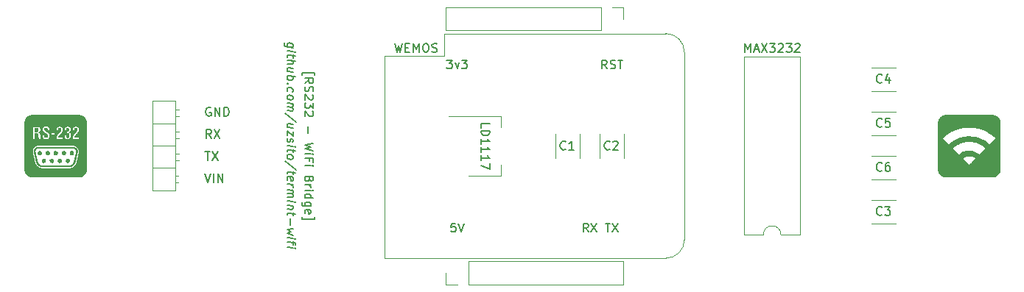
<source format=gbr>
G04 #@! TF.GenerationSoftware,KiCad,Pcbnew,5.1.5+dfsg1-2build2*
G04 #@! TF.CreationDate,2020-06-04T15:42:09+02:00*
G04 #@! TF.ProjectId,termint-wifi,7465726d-696e-4742-9d77-6966692e6b69,rev?*
G04 #@! TF.SameCoordinates,Original*
G04 #@! TF.FileFunction,Legend,Top*
G04 #@! TF.FilePolarity,Positive*
%FSLAX46Y46*%
G04 Gerber Fmt 4.6, Leading zero omitted, Abs format (unit mm)*
G04 Created by KiCad (PCBNEW 5.1.5+dfsg1-2build2) date 2020-06-04 15:42:09*
%MOMM*%
%LPD*%
G04 APERTURE LIST*
%ADD10C,0.150000*%
%ADD11C,0.010000*%
%ADD12C,0.120000*%
G04 APERTURE END LIST*
D10*
X96506357Y-55205380D02*
X96744452Y-56205380D01*
X96934928Y-55491095D01*
X97125404Y-56205380D01*
X97363500Y-55205380D01*
X97744452Y-55681571D02*
X98077785Y-55681571D01*
X98220642Y-56205380D02*
X97744452Y-56205380D01*
X97744452Y-55205380D01*
X98220642Y-55205380D01*
X98649214Y-56205380D02*
X98649214Y-55205380D01*
X98982547Y-55919666D01*
X99315880Y-55205380D01*
X99315880Y-56205380D01*
X99982547Y-55205380D02*
X100173023Y-55205380D01*
X100268261Y-55253000D01*
X100363500Y-55348238D01*
X100411119Y-55538714D01*
X100411119Y-55872047D01*
X100363500Y-56062523D01*
X100268261Y-56157761D01*
X100173023Y-56205380D01*
X99982547Y-56205380D01*
X99887309Y-56157761D01*
X99792071Y-56062523D01*
X99744452Y-55872047D01*
X99744452Y-55538714D01*
X99792071Y-55348238D01*
X99887309Y-55253000D01*
X99982547Y-55205380D01*
X100792071Y-56157761D02*
X100934928Y-56205380D01*
X101173023Y-56205380D01*
X101268261Y-56157761D01*
X101315880Y-56110142D01*
X101363500Y-56014904D01*
X101363500Y-55919666D01*
X101315880Y-55824428D01*
X101268261Y-55776809D01*
X101173023Y-55729190D01*
X100982547Y-55681571D01*
X100887309Y-55633952D01*
X100839690Y-55586333D01*
X100792071Y-55491095D01*
X100792071Y-55395857D01*
X100839690Y-55300619D01*
X100887309Y-55253000D01*
X100982547Y-55205380D01*
X101220642Y-55205380D01*
X101363500Y-55253000D01*
X106440119Y-64904761D02*
X106440119Y-64428571D01*
X107440119Y-64428571D01*
X106440119Y-65238095D02*
X107440119Y-65238095D01*
X107440119Y-65476190D01*
X107392500Y-65619047D01*
X107297261Y-65714285D01*
X107202023Y-65761904D01*
X107011547Y-65809523D01*
X106868690Y-65809523D01*
X106678214Y-65761904D01*
X106582976Y-65714285D01*
X106487738Y-65619047D01*
X106440119Y-65476190D01*
X106440119Y-65238095D01*
X106440119Y-66761904D02*
X106440119Y-66190476D01*
X106440119Y-66476190D02*
X107440119Y-66476190D01*
X107297261Y-66380952D01*
X107202023Y-66285714D01*
X107154404Y-66190476D01*
X106440119Y-67714285D02*
X106440119Y-67142857D01*
X106440119Y-67428571D02*
X107440119Y-67428571D01*
X107297261Y-67333333D01*
X107202023Y-67238095D01*
X107154404Y-67142857D01*
X106440119Y-68666666D02*
X106440119Y-68095238D01*
X106440119Y-68380952D02*
X107440119Y-68380952D01*
X107297261Y-68285714D01*
X107202023Y-68190476D01*
X107154404Y-68095238D01*
X107440119Y-69000000D02*
X107440119Y-69666666D01*
X106440119Y-69238095D01*
X84796285Y-55673824D02*
X83986761Y-55572633D01*
X83891523Y-55513110D01*
X83843904Y-55459538D01*
X83796285Y-55358348D01*
X83796285Y-55215491D01*
X83843904Y-55126205D01*
X84177238Y-55596443D02*
X84129619Y-55495252D01*
X84129619Y-55304776D01*
X84177238Y-55215491D01*
X84224857Y-55173824D01*
X84320095Y-55138110D01*
X84605809Y-55173824D01*
X84701047Y-55233348D01*
X84748666Y-55286919D01*
X84796285Y-55388110D01*
X84796285Y-55578586D01*
X84748666Y-55667872D01*
X84129619Y-56066681D02*
X84796285Y-56150014D01*
X85129619Y-56191681D02*
X85082000Y-56138110D01*
X85034380Y-56179776D01*
X85082000Y-56233348D01*
X85129619Y-56191681D01*
X85034380Y-56179776D01*
X84796285Y-56483348D02*
X84796285Y-56864300D01*
X85129619Y-56667872D02*
X84272476Y-56560729D01*
X84177238Y-56596443D01*
X84129619Y-56685729D01*
X84129619Y-56780967D01*
X84129619Y-57114300D02*
X85129619Y-57239300D01*
X84129619Y-57542872D02*
X84653428Y-57608348D01*
X84748666Y-57572633D01*
X84796285Y-57483348D01*
X84796285Y-57340491D01*
X84748666Y-57239300D01*
X84701047Y-57185729D01*
X84796285Y-58530967D02*
X84129619Y-58447633D01*
X84796285Y-58102395D02*
X84272476Y-58036919D01*
X84177238Y-58072633D01*
X84129619Y-58161919D01*
X84129619Y-58304776D01*
X84177238Y-58405967D01*
X84224857Y-58459538D01*
X84129619Y-58923824D02*
X85129619Y-59048824D01*
X84748666Y-59001205D02*
X84796285Y-59102395D01*
X84796285Y-59292872D01*
X84748666Y-59382157D01*
X84701047Y-59423824D01*
X84605809Y-59459538D01*
X84320095Y-59423824D01*
X84224857Y-59364300D01*
X84177238Y-59310729D01*
X84129619Y-59209538D01*
X84129619Y-59019062D01*
X84177238Y-58929776D01*
X84224857Y-59840491D02*
X84177238Y-59882157D01*
X84129619Y-59828586D01*
X84177238Y-59786919D01*
X84224857Y-59840491D01*
X84129619Y-59828586D01*
X84177238Y-60739300D02*
X84129619Y-60638110D01*
X84129619Y-60447633D01*
X84177238Y-60358348D01*
X84224857Y-60316681D01*
X84320095Y-60280967D01*
X84605809Y-60316681D01*
X84701047Y-60376205D01*
X84748666Y-60429776D01*
X84796285Y-60530967D01*
X84796285Y-60721443D01*
X84748666Y-60810729D01*
X84129619Y-61304776D02*
X84177238Y-61215491D01*
X84224857Y-61173824D01*
X84320095Y-61138110D01*
X84605809Y-61173824D01*
X84701047Y-61233348D01*
X84748666Y-61286919D01*
X84796285Y-61388110D01*
X84796285Y-61530967D01*
X84748666Y-61620252D01*
X84701047Y-61661919D01*
X84605809Y-61697633D01*
X84320095Y-61661919D01*
X84224857Y-61602395D01*
X84177238Y-61548824D01*
X84129619Y-61447633D01*
X84129619Y-61304776D01*
X84129619Y-62066681D02*
X84796285Y-62150014D01*
X84701047Y-62138110D02*
X84748666Y-62191681D01*
X84796285Y-62292872D01*
X84796285Y-62435729D01*
X84748666Y-62525014D01*
X84653428Y-62560729D01*
X84129619Y-62495252D01*
X84653428Y-62560729D02*
X84748666Y-62620252D01*
X84796285Y-62721443D01*
X84796285Y-62864300D01*
X84748666Y-62953586D01*
X84653428Y-62989300D01*
X84129619Y-62923824D01*
X85177238Y-64245252D02*
X83891523Y-63227395D01*
X84796285Y-64959538D02*
X84129619Y-64876205D01*
X84796285Y-64530967D02*
X84272476Y-64465491D01*
X84177238Y-64501205D01*
X84129619Y-64590491D01*
X84129619Y-64733348D01*
X84177238Y-64834538D01*
X84224857Y-64888110D01*
X84796285Y-65340491D02*
X84796285Y-65864300D01*
X84129619Y-65257157D01*
X84129619Y-65780967D01*
X84177238Y-66120252D02*
X84129619Y-66209538D01*
X84129619Y-66400014D01*
X84177238Y-66501205D01*
X84272476Y-66560729D01*
X84320095Y-66566681D01*
X84415333Y-66530967D01*
X84462952Y-66441681D01*
X84462952Y-66298824D01*
X84510571Y-66209538D01*
X84605809Y-66173824D01*
X84653428Y-66179776D01*
X84748666Y-66239300D01*
X84796285Y-66340491D01*
X84796285Y-66483348D01*
X84748666Y-66572633D01*
X84129619Y-66971443D02*
X84796285Y-67054776D01*
X85129619Y-67096443D02*
X85082000Y-67042872D01*
X85034380Y-67084538D01*
X85082000Y-67138110D01*
X85129619Y-67096443D01*
X85034380Y-67084538D01*
X84796285Y-67388110D02*
X84796285Y-67769062D01*
X85129619Y-67572633D02*
X84272476Y-67465491D01*
X84177238Y-67501205D01*
X84129619Y-67590491D01*
X84129619Y-67685729D01*
X84129619Y-68161919D02*
X84177238Y-68072633D01*
X84224857Y-68030967D01*
X84320095Y-67995252D01*
X84605809Y-68030967D01*
X84701047Y-68090491D01*
X84748666Y-68144062D01*
X84796285Y-68245252D01*
X84796285Y-68388110D01*
X84748666Y-68477395D01*
X84701047Y-68519062D01*
X84605809Y-68554776D01*
X84320095Y-68519062D01*
X84224857Y-68459538D01*
X84177238Y-68405967D01*
X84129619Y-68304776D01*
X84129619Y-68161919D01*
X85177238Y-69769062D02*
X83891523Y-68751205D01*
X84796285Y-69911919D02*
X84796285Y-70292872D01*
X85129619Y-70096443D02*
X84272476Y-69989300D01*
X84177238Y-70025014D01*
X84129619Y-70114300D01*
X84129619Y-70209538D01*
X84177238Y-70929776D02*
X84129619Y-70828586D01*
X84129619Y-70638110D01*
X84177238Y-70548824D01*
X84272476Y-70513110D01*
X84653428Y-70560729D01*
X84748666Y-70620252D01*
X84796285Y-70721443D01*
X84796285Y-70911919D01*
X84748666Y-71001205D01*
X84653428Y-71036919D01*
X84558190Y-71025014D01*
X84462952Y-70536919D01*
X84129619Y-71400014D02*
X84796285Y-71483348D01*
X84605809Y-71459538D02*
X84701047Y-71519062D01*
X84748666Y-71572633D01*
X84796285Y-71673824D01*
X84796285Y-71769062D01*
X84129619Y-72019062D02*
X84796285Y-72102395D01*
X84701047Y-72090491D02*
X84748666Y-72144062D01*
X84796285Y-72245252D01*
X84796285Y-72388110D01*
X84748666Y-72477395D01*
X84653428Y-72513110D01*
X84129619Y-72447633D01*
X84653428Y-72513110D02*
X84748666Y-72572633D01*
X84796285Y-72673824D01*
X84796285Y-72816681D01*
X84748666Y-72905967D01*
X84653428Y-72941681D01*
X84129619Y-72876205D01*
X84129619Y-73352395D02*
X84796285Y-73435729D01*
X85129619Y-73477395D02*
X85082000Y-73423824D01*
X85034380Y-73465491D01*
X85082000Y-73519062D01*
X85129619Y-73477395D01*
X85034380Y-73465491D01*
X84796285Y-73911919D02*
X84129619Y-73828586D01*
X84701047Y-73900014D02*
X84748666Y-73953586D01*
X84796285Y-74054776D01*
X84796285Y-74197633D01*
X84748666Y-74286919D01*
X84653428Y-74322633D01*
X84129619Y-74257157D01*
X84796285Y-74673824D02*
X84796285Y-75054776D01*
X85129619Y-74858348D02*
X84272476Y-74751205D01*
X84177238Y-74786919D01*
X84129619Y-74876205D01*
X84129619Y-74971443D01*
X84510571Y-75352395D02*
X84510571Y-76114300D01*
X84796285Y-76530967D02*
X84129619Y-76638110D01*
X84605809Y-76888110D01*
X84129619Y-77019062D01*
X84796285Y-77292872D01*
X84129619Y-77590491D02*
X84796285Y-77673824D01*
X85129619Y-77715491D02*
X85082000Y-77661919D01*
X85034380Y-77703586D01*
X85082000Y-77757157D01*
X85129619Y-77715491D01*
X85034380Y-77703586D01*
X84796285Y-78007157D02*
X84796285Y-78388110D01*
X84129619Y-78066681D02*
X84986761Y-78173824D01*
X85082000Y-78233348D01*
X85129619Y-78334538D01*
X85129619Y-78429776D01*
X84129619Y-78638110D02*
X84796285Y-78721443D01*
X85129619Y-78763110D02*
X85082000Y-78709538D01*
X85034380Y-78751205D01*
X85082000Y-78804776D01*
X85129619Y-78763110D01*
X85034380Y-78751205D01*
X85828285Y-58833333D02*
X85828285Y-58595238D01*
X87256857Y-58595238D01*
X87256857Y-58833333D01*
X86161619Y-59785714D02*
X86637809Y-59452380D01*
X86161619Y-59214285D02*
X87161619Y-59214285D01*
X87161619Y-59595238D01*
X87114000Y-59690476D01*
X87066380Y-59738095D01*
X86971142Y-59785714D01*
X86828285Y-59785714D01*
X86733047Y-59738095D01*
X86685428Y-59690476D01*
X86637809Y-59595238D01*
X86637809Y-59214285D01*
X86209238Y-60166666D02*
X86161619Y-60309523D01*
X86161619Y-60547619D01*
X86209238Y-60642857D01*
X86256857Y-60690476D01*
X86352095Y-60738095D01*
X86447333Y-60738095D01*
X86542571Y-60690476D01*
X86590190Y-60642857D01*
X86637809Y-60547619D01*
X86685428Y-60357142D01*
X86733047Y-60261904D01*
X86780666Y-60214285D01*
X86875904Y-60166666D01*
X86971142Y-60166666D01*
X87066380Y-60214285D01*
X87114000Y-60261904D01*
X87161619Y-60357142D01*
X87161619Y-60595238D01*
X87114000Y-60738095D01*
X87066380Y-61119047D02*
X87114000Y-61166666D01*
X87161619Y-61261904D01*
X87161619Y-61500000D01*
X87114000Y-61595238D01*
X87066380Y-61642857D01*
X86971142Y-61690476D01*
X86875904Y-61690476D01*
X86733047Y-61642857D01*
X86161619Y-61071428D01*
X86161619Y-61690476D01*
X87161619Y-62023809D02*
X87161619Y-62642857D01*
X86780666Y-62309523D01*
X86780666Y-62452380D01*
X86733047Y-62547619D01*
X86685428Y-62595238D01*
X86590190Y-62642857D01*
X86352095Y-62642857D01*
X86256857Y-62595238D01*
X86209238Y-62547619D01*
X86161619Y-62452380D01*
X86161619Y-62166666D01*
X86209238Y-62071428D01*
X86256857Y-62023809D01*
X87066380Y-63023809D02*
X87114000Y-63071428D01*
X87161619Y-63166666D01*
X87161619Y-63404761D01*
X87114000Y-63500000D01*
X87066380Y-63547619D01*
X86971142Y-63595238D01*
X86875904Y-63595238D01*
X86733047Y-63547619D01*
X86161619Y-62976190D01*
X86161619Y-63595238D01*
X86542571Y-64785714D02*
X86542571Y-65547619D01*
X87161619Y-66690476D02*
X86161619Y-66928571D01*
X86875904Y-67119047D01*
X86161619Y-67309523D01*
X87161619Y-67547619D01*
X86161619Y-67928571D02*
X86828285Y-67928571D01*
X87161619Y-67928571D02*
X87114000Y-67880952D01*
X87066380Y-67928571D01*
X87114000Y-67976190D01*
X87161619Y-67928571D01*
X87066380Y-67928571D01*
X86685428Y-68738095D02*
X86685428Y-68404761D01*
X86161619Y-68404761D02*
X87161619Y-68404761D01*
X87161619Y-68880952D01*
X86161619Y-69261904D02*
X86828285Y-69261904D01*
X87161619Y-69261904D02*
X87114000Y-69214285D01*
X87066380Y-69261904D01*
X87114000Y-69309523D01*
X87161619Y-69261904D01*
X87066380Y-69261904D01*
X86685428Y-70833333D02*
X86637809Y-70976190D01*
X86590190Y-71023809D01*
X86494952Y-71071428D01*
X86352095Y-71071428D01*
X86256857Y-71023809D01*
X86209238Y-70976190D01*
X86161619Y-70880952D01*
X86161619Y-70500000D01*
X87161619Y-70500000D01*
X87161619Y-70833333D01*
X87114000Y-70928571D01*
X87066380Y-70976190D01*
X86971142Y-71023809D01*
X86875904Y-71023809D01*
X86780666Y-70976190D01*
X86733047Y-70928571D01*
X86685428Y-70833333D01*
X86685428Y-70500000D01*
X86161619Y-71500000D02*
X86828285Y-71500000D01*
X86637809Y-71500000D02*
X86733047Y-71547619D01*
X86780666Y-71595238D01*
X86828285Y-71690476D01*
X86828285Y-71785714D01*
X86161619Y-72119047D02*
X86828285Y-72119047D01*
X87161619Y-72119047D02*
X87114000Y-72071428D01*
X87066380Y-72119047D01*
X87114000Y-72166666D01*
X87161619Y-72119047D01*
X87066380Y-72119047D01*
X86161619Y-73023809D02*
X87161619Y-73023809D01*
X86209238Y-73023809D02*
X86161619Y-72928571D01*
X86161619Y-72738095D01*
X86209238Y-72642857D01*
X86256857Y-72595238D01*
X86352095Y-72547619D01*
X86637809Y-72547619D01*
X86733047Y-72595238D01*
X86780666Y-72642857D01*
X86828285Y-72738095D01*
X86828285Y-72928571D01*
X86780666Y-73023809D01*
X86828285Y-73928571D02*
X86018761Y-73928571D01*
X85923523Y-73880952D01*
X85875904Y-73833333D01*
X85828285Y-73738095D01*
X85828285Y-73595238D01*
X85875904Y-73500000D01*
X86209238Y-73928571D02*
X86161619Y-73833333D01*
X86161619Y-73642857D01*
X86209238Y-73547619D01*
X86256857Y-73500000D01*
X86352095Y-73452380D01*
X86637809Y-73452380D01*
X86733047Y-73500000D01*
X86780666Y-73547619D01*
X86828285Y-73642857D01*
X86828285Y-73833333D01*
X86780666Y-73928571D01*
X86209238Y-74785714D02*
X86161619Y-74690476D01*
X86161619Y-74500000D01*
X86209238Y-74404761D01*
X86304476Y-74357142D01*
X86685428Y-74357142D01*
X86780666Y-74404761D01*
X86828285Y-74500000D01*
X86828285Y-74690476D01*
X86780666Y-74785714D01*
X86685428Y-74833333D01*
X86590190Y-74833333D01*
X86494952Y-74357142D01*
X85828285Y-75166666D02*
X85828285Y-75404761D01*
X87256857Y-75404761D01*
X87256857Y-75166666D01*
X103484523Y-75906380D02*
X103008333Y-75906380D01*
X102960714Y-76382571D01*
X103008333Y-76334952D01*
X103103571Y-76287333D01*
X103341666Y-76287333D01*
X103436904Y-76334952D01*
X103484523Y-76382571D01*
X103532142Y-76477809D01*
X103532142Y-76715904D01*
X103484523Y-76811142D01*
X103436904Y-76858761D01*
X103341666Y-76906380D01*
X103103571Y-76906380D01*
X103008333Y-76858761D01*
X102960714Y-76811142D01*
X103817857Y-75906380D02*
X104151190Y-76906380D01*
X104484523Y-75906380D01*
X120907380Y-58110380D02*
X120574047Y-57634190D01*
X120335952Y-58110380D02*
X120335952Y-57110380D01*
X120716904Y-57110380D01*
X120812142Y-57158000D01*
X120859761Y-57205619D01*
X120907380Y-57300857D01*
X120907380Y-57443714D01*
X120859761Y-57538952D01*
X120812142Y-57586571D01*
X120716904Y-57634190D01*
X120335952Y-57634190D01*
X121288333Y-58062761D02*
X121431190Y-58110380D01*
X121669285Y-58110380D01*
X121764523Y-58062761D01*
X121812142Y-58015142D01*
X121859761Y-57919904D01*
X121859761Y-57824666D01*
X121812142Y-57729428D01*
X121764523Y-57681809D01*
X121669285Y-57634190D01*
X121478809Y-57586571D01*
X121383571Y-57538952D01*
X121335952Y-57491333D01*
X121288333Y-57396095D01*
X121288333Y-57300857D01*
X121335952Y-57205619D01*
X121383571Y-57158000D01*
X121478809Y-57110380D01*
X121716904Y-57110380D01*
X121859761Y-57158000D01*
X122145476Y-57110380D02*
X122716904Y-57110380D01*
X122431190Y-58110380D02*
X122431190Y-57110380D01*
X102484523Y-57110380D02*
X103103571Y-57110380D01*
X102770238Y-57491333D01*
X102913095Y-57491333D01*
X103008333Y-57538952D01*
X103055952Y-57586571D01*
X103103571Y-57681809D01*
X103103571Y-57919904D01*
X103055952Y-58015142D01*
X103008333Y-58062761D01*
X102913095Y-58110380D01*
X102627380Y-58110380D01*
X102532142Y-58062761D01*
X102484523Y-58015142D01*
X103436904Y-57443714D02*
X103675000Y-58110380D01*
X103913095Y-57443714D01*
X104198809Y-57110380D02*
X104817857Y-57110380D01*
X104484523Y-57491333D01*
X104627380Y-57491333D01*
X104722619Y-57538952D01*
X104770238Y-57586571D01*
X104817857Y-57681809D01*
X104817857Y-57919904D01*
X104770238Y-58015142D01*
X104722619Y-58062761D01*
X104627380Y-58110380D01*
X104341666Y-58110380D01*
X104246428Y-58062761D01*
X104198809Y-58015142D01*
X118748333Y-76906380D02*
X118415000Y-76430190D01*
X118176904Y-76906380D02*
X118176904Y-75906380D01*
X118557857Y-75906380D01*
X118653095Y-75954000D01*
X118700714Y-76001619D01*
X118748333Y-76096857D01*
X118748333Y-76239714D01*
X118700714Y-76334952D01*
X118653095Y-76382571D01*
X118557857Y-76430190D01*
X118176904Y-76430190D01*
X119081666Y-75906380D02*
X119748333Y-76906380D01*
X119748333Y-75906380D02*
X119081666Y-76906380D01*
X120693095Y-75906380D02*
X121264523Y-75906380D01*
X120978809Y-76906380D02*
X120978809Y-75906380D01*
X121502619Y-75906380D02*
X122169285Y-76906380D01*
X122169285Y-75906380D02*
X121502619Y-76906380D01*
X75359404Y-62612500D02*
X75264166Y-62564880D01*
X75121309Y-62564880D01*
X74978452Y-62612500D01*
X74883214Y-62707738D01*
X74835595Y-62802976D01*
X74787976Y-62993452D01*
X74787976Y-63136309D01*
X74835595Y-63326785D01*
X74883214Y-63422023D01*
X74978452Y-63517261D01*
X75121309Y-63564880D01*
X75216547Y-63564880D01*
X75359404Y-63517261D01*
X75407023Y-63469642D01*
X75407023Y-63136309D01*
X75216547Y-63136309D01*
X75835595Y-63564880D02*
X75835595Y-62564880D01*
X76407023Y-63564880D01*
X76407023Y-62564880D01*
X76883214Y-63564880D02*
X76883214Y-62564880D01*
X77121309Y-62564880D01*
X77264166Y-62612500D01*
X77359404Y-62707738D01*
X77407023Y-62802976D01*
X77454642Y-62993452D01*
X77454642Y-63136309D01*
X77407023Y-63326785D01*
X77359404Y-63422023D01*
X77264166Y-63517261D01*
X77121309Y-63564880D01*
X76883214Y-63564880D01*
X74692738Y-70184880D02*
X75026071Y-71184880D01*
X75359404Y-70184880D01*
X75692738Y-71184880D02*
X75692738Y-70184880D01*
X76168928Y-71184880D02*
X76168928Y-70184880D01*
X76740357Y-71184880D01*
X76740357Y-70184880D01*
X74692738Y-67644880D02*
X75264166Y-67644880D01*
X74978452Y-68644880D02*
X74978452Y-67644880D01*
X75502261Y-67644880D02*
X76168928Y-68644880D01*
X76168928Y-67644880D02*
X75502261Y-68644880D01*
X75407023Y-66104880D02*
X75073690Y-65628690D01*
X74835595Y-66104880D02*
X74835595Y-65104880D01*
X75216547Y-65104880D01*
X75311785Y-65152500D01*
X75359404Y-65200119D01*
X75407023Y-65295357D01*
X75407023Y-65438214D01*
X75359404Y-65533452D01*
X75311785Y-65581071D01*
X75216547Y-65628690D01*
X74835595Y-65628690D01*
X75740357Y-65104880D02*
X76407023Y-66104880D01*
X76407023Y-65104880D02*
X75740357Y-66104880D01*
D11*
G36*
X165379944Y-63476848D02*
G01*
X165420663Y-63489314D01*
X165454100Y-63500844D01*
X165475282Y-63509663D01*
X165479633Y-63512408D01*
X165497078Y-63520345D01*
X165510294Y-63521941D01*
X165531694Y-63527487D01*
X165559332Y-63541318D01*
X165567587Y-63546596D01*
X165601431Y-63568416D01*
X165637873Y-63590282D01*
X165643605Y-63593538D01*
X165673418Y-63612099D01*
X165698661Y-63630840D01*
X165703661Y-63635296D01*
X165720902Y-63651647D01*
X165747608Y-63676786D01*
X165778384Y-63705638D01*
X165782400Y-63709394D01*
X165809946Y-63736253D01*
X165830499Y-63758393D01*
X165840423Y-63771838D01*
X165840821Y-63773289D01*
X165847583Y-63785912D01*
X165864089Y-63804383D01*
X165866331Y-63806525D01*
X165888278Y-63833020D01*
X165914247Y-63873307D01*
X165941359Y-63922065D01*
X165966735Y-63973974D01*
X165987496Y-64023713D01*
X165994161Y-64042721D01*
X165999680Y-64059038D01*
X166004812Y-64073361D01*
X166009570Y-64086438D01*
X166013970Y-64099016D01*
X166018027Y-64111843D01*
X166021756Y-64125667D01*
X166025171Y-64141236D01*
X166028288Y-64159298D01*
X166031121Y-64180600D01*
X166033685Y-64205891D01*
X166035995Y-64235918D01*
X166038066Y-64271429D01*
X166039913Y-64313173D01*
X166041551Y-64361896D01*
X166042994Y-64418347D01*
X166044258Y-64483273D01*
X166045357Y-64557423D01*
X166046307Y-64641544D01*
X166047121Y-64736385D01*
X166047816Y-64842692D01*
X166048405Y-64961214D01*
X166048904Y-65092699D01*
X166049328Y-65237894D01*
X166049692Y-65397548D01*
X166050009Y-65572408D01*
X166050297Y-65763222D01*
X166050568Y-65970738D01*
X166050838Y-66195704D01*
X166051122Y-66438868D01*
X166051436Y-66700977D01*
X166051731Y-66935701D01*
X166052098Y-67240092D01*
X166052384Y-67524606D01*
X166052587Y-67789686D01*
X166052706Y-68035775D01*
X166052740Y-68263317D01*
X166052687Y-68472753D01*
X166052546Y-68664528D01*
X166052316Y-68839083D01*
X166051996Y-68996863D01*
X166051584Y-69138310D01*
X166051080Y-69263866D01*
X166050481Y-69373976D01*
X166049787Y-69469081D01*
X166048996Y-69549625D01*
X166048108Y-69616052D01*
X166047121Y-69668803D01*
X166046033Y-69708322D01*
X166044844Y-69735051D01*
X166043832Y-69747417D01*
X166034847Y-69801352D01*
X166020848Y-69863335D01*
X166004373Y-69922552D01*
X165998548Y-69940457D01*
X165945215Y-70066834D01*
X165876114Y-70180562D01*
X165791771Y-70281127D01*
X165692717Y-70368015D01*
X165579479Y-70440713D01*
X165452588Y-70498707D01*
X165407534Y-70514621D01*
X165307421Y-70547581D01*
X162518501Y-70549053D01*
X162281297Y-70549148D01*
X162049152Y-70549180D01*
X161822901Y-70549152D01*
X161603384Y-70549067D01*
X161391437Y-70548925D01*
X161187899Y-70548730D01*
X160993607Y-70548482D01*
X160809400Y-70548185D01*
X160636114Y-70547840D01*
X160474588Y-70547450D01*
X160325660Y-70547016D01*
X160190167Y-70546540D01*
X160068947Y-70546025D01*
X159962839Y-70545473D01*
X159872678Y-70544885D01*
X159799305Y-70544265D01*
X159743555Y-70543613D01*
X159706268Y-70542931D01*
X159688281Y-70542223D01*
X159687005Y-70542066D01*
X159622698Y-70526195D01*
X159554068Y-70503973D01*
X159485447Y-70477307D01*
X159421166Y-70448102D01*
X159365559Y-70418264D01*
X159322958Y-70389698D01*
X159305852Y-70374397D01*
X159287189Y-70357475D01*
X159273449Y-70349689D01*
X159272834Y-70349636D01*
X159259265Y-70341917D01*
X159236348Y-70321225D01*
X159206947Y-70290826D01*
X159173929Y-70253988D01*
X159140159Y-70213976D01*
X159108501Y-70174058D01*
X159081821Y-70137499D01*
X159067715Y-70115781D01*
X159044632Y-70072667D01*
X159019646Y-70018336D01*
X158996438Y-69961108D01*
X158984556Y-69927821D01*
X158947261Y-69816061D01*
X158947261Y-68423250D01*
X161725230Y-68423250D01*
X162104035Y-68802155D01*
X162176590Y-68874540D01*
X162244967Y-68942392D01*
X162307799Y-69004379D01*
X162363721Y-69059172D01*
X162411366Y-69105438D01*
X162449366Y-69141848D01*
X162476358Y-69167071D01*
X162490972Y-69179777D01*
X162493101Y-69181061D01*
X162502053Y-69174076D01*
X162523954Y-69154015D01*
X162557432Y-69122212D01*
X162601114Y-69080006D01*
X162653628Y-69028732D01*
X162713600Y-68969727D01*
X162779658Y-68904328D01*
X162850428Y-68833871D01*
X162878811Y-68805510D01*
X163254258Y-68429960D01*
X163231087Y-68405297D01*
X163203326Y-68380026D01*
X163162818Y-68348477D01*
X163114633Y-68314140D01*
X163063840Y-68280506D01*
X163015510Y-68251066D01*
X162977363Y-68230582D01*
X162900240Y-68197239D01*
X162812710Y-68165981D01*
X162724643Y-68140222D01*
X162696301Y-68133316D01*
X162659420Y-68127549D01*
X162608888Y-68123304D01*
X162549542Y-68120607D01*
X162486224Y-68119482D01*
X162423771Y-68119955D01*
X162367025Y-68122049D01*
X162320824Y-68125789D01*
X162290008Y-68131202D01*
X162289901Y-68131233D01*
X162257816Y-68140354D01*
X162216299Y-68151807D01*
X162183221Y-68160735D01*
X162138399Y-68175201D01*
X162083986Y-68196512D01*
X162025819Y-68221993D01*
X161969737Y-68248969D01*
X161921581Y-68274766D01*
X161888581Y-68295680D01*
X161862848Y-68315033D01*
X161828359Y-68341643D01*
X161792197Y-68370040D01*
X161789125Y-68372478D01*
X161725230Y-68423250D01*
X158947261Y-68423250D01*
X158947261Y-67255741D01*
X160559467Y-67255741D01*
X160941741Y-67638988D01*
X161025493Y-67722923D01*
X161096102Y-67793544D01*
X161154763Y-67851933D01*
X161202674Y-67899174D01*
X161241030Y-67936349D01*
X161271027Y-67964542D01*
X161293861Y-67984836D01*
X161310729Y-67998312D01*
X161322826Y-68006055D01*
X161331349Y-68009148D01*
X161337493Y-68008672D01*
X161342456Y-68005712D01*
X161344677Y-68003808D01*
X161364687Y-67985992D01*
X161391598Y-67962062D01*
X161404316Y-67950761D01*
X161528252Y-67852962D01*
X161666935Y-67765677D01*
X161816786Y-67690645D01*
X161974227Y-67629606D01*
X162135677Y-67584298D01*
X162176827Y-67575516D01*
X162243634Y-67565346D01*
X162323950Y-67558149D01*
X162412882Y-67553923D01*
X162505535Y-67552668D01*
X162597014Y-67554380D01*
X162682425Y-67559059D01*
X162756874Y-67566703D01*
X162808789Y-67575735D01*
X162863710Y-67588872D01*
X162921574Y-67603922D01*
X162977002Y-67619372D01*
X163024619Y-67633713D01*
X163059047Y-67645433D01*
X163064601Y-67647626D01*
X163093657Y-67659539D01*
X163110321Y-67666317D01*
X163185394Y-67699749D01*
X163265568Y-67740712D01*
X163346366Y-67786497D01*
X163423311Y-67834396D01*
X163491926Y-67881701D01*
X163547735Y-67925703D01*
X163565227Y-67941541D01*
X163575024Y-67950759D01*
X163594837Y-67969333D01*
X163613703Y-67986994D01*
X163656853Y-68027367D01*
X164037637Y-67646684D01*
X164110167Y-67574056D01*
X164178172Y-67505729D01*
X164240327Y-67443051D01*
X164295308Y-67387369D01*
X164341789Y-67340031D01*
X164378445Y-67302384D01*
X164403950Y-67275774D01*
X164416980Y-67261550D01*
X164418421Y-67259548D01*
X164411033Y-67250215D01*
X164390788Y-67230510D01*
X164360559Y-67202923D01*
X164323221Y-67169944D01*
X164281647Y-67134061D01*
X164238713Y-67097764D01*
X164197293Y-67063543D01*
X164160260Y-67033885D01*
X164139021Y-67017574D01*
X164079798Y-66974676D01*
X164014119Y-66929475D01*
X163948118Y-66886040D01*
X163887926Y-66848437D01*
X163854541Y-66828892D01*
X163815080Y-66807396D01*
X163767790Y-66782764D01*
X163716119Y-66756665D01*
X163663519Y-66730766D01*
X163613439Y-66706732D01*
X163569329Y-66686232D01*
X163534641Y-66670932D01*
X163512825Y-66662500D01*
X163507842Y-66661381D01*
X163495512Y-66657565D01*
X163473096Y-66648238D01*
X163469996Y-66646842D01*
X163425783Y-66629162D01*
X163366369Y-66608867D01*
X163296473Y-66587345D01*
X163220817Y-66565983D01*
X163144120Y-66546169D01*
X163071102Y-66529289D01*
X163067141Y-66528442D01*
X162904389Y-66500053D01*
X162731904Y-66481378D01*
X162554418Y-66472419D01*
X162376663Y-66473178D01*
X162203373Y-66483658D01*
X162039280Y-66503861D01*
X161913981Y-66527895D01*
X161879555Y-66535599D01*
X161837879Y-66544704D01*
X161817461Y-66549088D01*
X161782419Y-66557232D01*
X161753034Y-66565237D01*
X161741261Y-66569209D01*
X161722595Y-66575921D01*
X161690354Y-66586725D01*
X161650368Y-66599682D01*
X161634581Y-66604696D01*
X161534142Y-66638259D01*
X161443597Y-66672973D01*
X161352732Y-66712922D01*
X161295150Y-66740448D01*
X161252300Y-66762061D01*
X161203610Y-66787649D01*
X161152563Y-66815260D01*
X161102641Y-66842942D01*
X161057326Y-66868744D01*
X161020102Y-66890713D01*
X160994449Y-66906898D01*
X160984341Y-66914654D01*
X160973798Y-66922874D01*
X160951213Y-66938623D01*
X160923381Y-66957229D01*
X160877233Y-66989509D01*
X160821292Y-67031674D01*
X160760588Y-67079709D01*
X160700149Y-67129596D01*
X160645004Y-67177321D01*
X160624265Y-67196091D01*
X160559467Y-67255741D01*
X158947261Y-67255741D01*
X158947261Y-66090909D01*
X159394301Y-66090909D01*
X159774801Y-66472216D01*
X159859952Y-66557417D01*
X159931978Y-66629153D01*
X159991987Y-66688456D01*
X160041091Y-66736360D01*
X160080398Y-66773900D01*
X160111018Y-66802108D01*
X160134062Y-66822019D01*
X160150639Y-66834667D01*
X160161858Y-66841085D01*
X160168831Y-66842308D01*
X160171041Y-66841317D01*
X160185987Y-66828599D01*
X160210638Y-66806511D01*
X160239906Y-66779618D01*
X160242661Y-66777055D01*
X160277236Y-66745351D01*
X160312628Y-66713703D01*
X160339181Y-66690667D01*
X160363119Y-66670301D01*
X160380154Y-66655544D01*
X160384901Y-66651238D01*
X160400340Y-66637826D01*
X160427485Y-66616252D01*
X160463065Y-66588928D01*
X160503808Y-66558267D01*
X160546445Y-66526684D01*
X160587704Y-66496593D01*
X160624315Y-66470406D01*
X160653006Y-66450537D01*
X160670507Y-66439400D01*
X160674062Y-66437861D01*
X160684275Y-66432746D01*
X160707118Y-66419156D01*
X160738203Y-66399726D01*
X160747804Y-66393587D01*
X160797181Y-66363159D01*
X160855128Y-66329539D01*
X160917955Y-66294658D01*
X160981974Y-66260449D01*
X161043495Y-66228842D01*
X161098831Y-66201770D01*
X161144293Y-66181166D01*
X161176190Y-66168960D01*
X161177381Y-66168600D01*
X161200628Y-66160079D01*
X161212941Y-66153594D01*
X161226820Y-66146774D01*
X161254472Y-66135405D01*
X161290502Y-66121682D01*
X161299301Y-66118462D01*
X161338223Y-66104182D01*
X161371754Y-66091620D01*
X161393600Y-66083139D01*
X161395821Y-66082222D01*
X161430341Y-66069549D01*
X161480400Y-66053668D01*
X161541697Y-66035759D01*
X161609927Y-66016998D01*
X161680790Y-65998562D01*
X161749983Y-65981631D01*
X161813203Y-65967381D01*
X161822541Y-65965415D01*
X162059002Y-65926056D01*
X162303463Y-65904496D01*
X162554045Y-65900778D01*
X162808869Y-65914944D01*
X163011261Y-65938709D01*
X163073257Y-65948537D01*
X163136875Y-65960090D01*
X163194275Y-65971874D01*
X163229701Y-65980270D01*
X163258778Y-65987720D01*
X163298075Y-65997650D01*
X163331301Y-66005967D01*
X163369630Y-66015826D01*
X163403371Y-66025043D01*
X163422741Y-66030840D01*
X163448419Y-66038936D01*
X163482177Y-66049079D01*
X163493861Y-66052490D01*
X163519893Y-66060931D01*
X163560023Y-66075040D01*
X163609426Y-66093074D01*
X163663278Y-66113291D01*
X163681821Y-66120382D01*
X163870820Y-66199005D01*
X164046962Y-66285331D01*
X164216706Y-66382842D01*
X164386514Y-66495023D01*
X164418421Y-66517641D01*
X164458838Y-66546736D01*
X164493048Y-66571652D01*
X164517763Y-66589977D01*
X164529698Y-66599294D01*
X164530181Y-66599764D01*
X164540065Y-66608630D01*
X164561265Y-66626531D01*
X164589315Y-66649701D01*
X164591141Y-66651195D01*
X164633403Y-66685858D01*
X164664843Y-66712049D01*
X164690432Y-66734083D01*
X164715139Y-66756274D01*
X164743934Y-66782939D01*
X164757631Y-66795750D01*
X164786607Y-66822367D01*
X164809743Y-66842648D01*
X164823258Y-66853315D01*
X164825003Y-66854170D01*
X164832976Y-66847239D01*
X164853940Y-66827234D01*
X164886553Y-66795481D01*
X164929469Y-66753306D01*
X164981345Y-66702036D01*
X165040837Y-66642997D01*
X165106600Y-66577515D01*
X165177292Y-66506918D01*
X165209423Y-66474764D01*
X165588581Y-66095108D01*
X165549601Y-66057106D01*
X165522791Y-66031643D01*
X165484939Y-65996590D01*
X165440252Y-65955786D01*
X165392939Y-65913070D01*
X165347207Y-65872281D01*
X165341471Y-65867209D01*
X165197835Y-65748266D01*
X165038141Y-65630205D01*
X164866587Y-65515539D01*
X164687367Y-65406779D01*
X164504680Y-65306439D01*
X164322722Y-65217032D01*
X164145689Y-65141070D01*
X164098381Y-65122855D01*
X164054255Y-65106222D01*
X164015584Y-65091476D01*
X163987382Y-65080538D01*
X163976461Y-65076136D01*
X163952500Y-65067054D01*
X163914405Y-65053814D01*
X163867487Y-65038151D01*
X163817059Y-65021796D01*
X163768432Y-65006485D01*
X163726920Y-64993950D01*
X163708890Y-64988824D01*
X163669906Y-64978118D01*
X163632865Y-64967900D01*
X163615781Y-64963163D01*
X163584649Y-64955037D01*
X163539512Y-64944146D01*
X163478382Y-64930022D01*
X163402421Y-64912900D01*
X163352913Y-64902843D01*
X163288064Y-64891167D01*
X163212714Y-64878643D01*
X163131700Y-64866042D01*
X163049862Y-64854132D01*
X162972037Y-64843683D01*
X162950301Y-64840962D01*
X162908504Y-64837321D01*
X162849760Y-64834316D01*
X162777324Y-64831946D01*
X162694453Y-64830213D01*
X162604405Y-64829115D01*
X162510436Y-64828653D01*
X162415802Y-64828827D01*
X162323760Y-64829637D01*
X162237567Y-64831084D01*
X162160481Y-64833167D01*
X162095756Y-64835887D01*
X162046651Y-64839244D01*
X162030821Y-64840924D01*
X161938194Y-64852886D01*
X161857818Y-64864147D01*
X161781709Y-64875872D01*
X161710781Y-64887698D01*
X161674005Y-64894075D01*
X161642266Y-64899823D01*
X161612015Y-64905719D01*
X161579701Y-64912536D01*
X161541776Y-64921048D01*
X161494689Y-64932029D01*
X161434892Y-64946254D01*
X161360261Y-64964155D01*
X161328173Y-64972488D01*
X161286876Y-64984053D01*
X161242379Y-64997066D01*
X161200693Y-65009744D01*
X161167827Y-65020300D01*
X161151981Y-65025996D01*
X161131049Y-65033512D01*
X161099047Y-65043893D01*
X161075781Y-65051021D01*
X161041089Y-65061820D01*
X161011848Y-65071678D01*
X160999581Y-65076331D01*
X160980529Y-65083843D01*
X160948650Y-65095858D01*
X160910237Y-65110011D01*
X160903061Y-65112622D01*
X160865879Y-65126574D01*
X160835849Y-65138670D01*
X160818366Y-65146717D01*
X160816701Y-65147754D01*
X160799665Y-65156293D01*
X160781141Y-65162927D01*
X160736492Y-65179211D01*
X160677685Y-65204775D01*
X160607715Y-65238006D01*
X160529578Y-65277294D01*
X160446270Y-65321027D01*
X160360787Y-65367592D01*
X160276124Y-65415378D01*
X160195277Y-65462773D01*
X160121242Y-65508165D01*
X160057016Y-65549942D01*
X160039461Y-65561980D01*
X160004782Y-65586381D01*
X159964186Y-65615346D01*
X159921050Y-65646414D01*
X159878753Y-65677128D01*
X159840671Y-65705027D01*
X159810182Y-65727653D01*
X159790665Y-65742545D01*
X159785461Y-65746915D01*
X159776003Y-65755058D01*
X159753958Y-65773258D01*
X159722580Y-65798847D01*
X159685124Y-65829159D01*
X159683861Y-65830179D01*
X159635388Y-65870484D01*
X159580181Y-65918299D01*
X159525960Y-65966853D01*
X159490821Y-65999457D01*
X159394301Y-66090909D01*
X158947261Y-66090909D01*
X158947261Y-64177261D01*
X158984120Y-64070581D01*
X159006285Y-64010474D01*
X159028263Y-63958181D01*
X159048583Y-63916755D01*
X159065769Y-63889249D01*
X159076465Y-63879234D01*
X159083871Y-63867540D01*
X159084421Y-63862415D01*
X159091421Y-63846039D01*
X159110468Y-63819187D01*
X159138634Y-63784922D01*
X159172989Y-63746308D01*
X159210604Y-63706408D01*
X159248550Y-63668284D01*
X159283897Y-63635001D01*
X159313717Y-63609621D01*
X159335079Y-63595206D01*
X159341998Y-63593060D01*
X159353117Y-63587980D01*
X159376097Y-63574709D01*
X159403775Y-63557500D01*
X159435556Y-63538947D01*
X159462902Y-63526081D01*
X159478140Y-63521941D01*
X159499225Y-63517167D01*
X159506568Y-63512408D01*
X159520121Y-63505515D01*
X159548310Y-63495062D01*
X159586162Y-63482823D01*
X159606257Y-63476848D01*
X159696294Y-63450821D01*
X165289907Y-63450821D01*
X165379944Y-63476848D01*
G37*
X165379944Y-63476848D02*
X165420663Y-63489314D01*
X165454100Y-63500844D01*
X165475282Y-63509663D01*
X165479633Y-63512408D01*
X165497078Y-63520345D01*
X165510294Y-63521941D01*
X165531694Y-63527487D01*
X165559332Y-63541318D01*
X165567587Y-63546596D01*
X165601431Y-63568416D01*
X165637873Y-63590282D01*
X165643605Y-63593538D01*
X165673418Y-63612099D01*
X165698661Y-63630840D01*
X165703661Y-63635296D01*
X165720902Y-63651647D01*
X165747608Y-63676786D01*
X165778384Y-63705638D01*
X165782400Y-63709394D01*
X165809946Y-63736253D01*
X165830499Y-63758393D01*
X165840423Y-63771838D01*
X165840821Y-63773289D01*
X165847583Y-63785912D01*
X165864089Y-63804383D01*
X165866331Y-63806525D01*
X165888278Y-63833020D01*
X165914247Y-63873307D01*
X165941359Y-63922065D01*
X165966735Y-63973974D01*
X165987496Y-64023713D01*
X165994161Y-64042721D01*
X165999680Y-64059038D01*
X166004812Y-64073361D01*
X166009570Y-64086438D01*
X166013970Y-64099016D01*
X166018027Y-64111843D01*
X166021756Y-64125667D01*
X166025171Y-64141236D01*
X166028288Y-64159298D01*
X166031121Y-64180600D01*
X166033685Y-64205891D01*
X166035995Y-64235918D01*
X166038066Y-64271429D01*
X166039913Y-64313173D01*
X166041551Y-64361896D01*
X166042994Y-64418347D01*
X166044258Y-64483273D01*
X166045357Y-64557423D01*
X166046307Y-64641544D01*
X166047121Y-64736385D01*
X166047816Y-64842692D01*
X166048405Y-64961214D01*
X166048904Y-65092699D01*
X166049328Y-65237894D01*
X166049692Y-65397548D01*
X166050009Y-65572408D01*
X166050297Y-65763222D01*
X166050568Y-65970738D01*
X166050838Y-66195704D01*
X166051122Y-66438868D01*
X166051436Y-66700977D01*
X166051731Y-66935701D01*
X166052098Y-67240092D01*
X166052384Y-67524606D01*
X166052587Y-67789686D01*
X166052706Y-68035775D01*
X166052740Y-68263317D01*
X166052687Y-68472753D01*
X166052546Y-68664528D01*
X166052316Y-68839083D01*
X166051996Y-68996863D01*
X166051584Y-69138310D01*
X166051080Y-69263866D01*
X166050481Y-69373976D01*
X166049787Y-69469081D01*
X166048996Y-69549625D01*
X166048108Y-69616052D01*
X166047121Y-69668803D01*
X166046033Y-69708322D01*
X166044844Y-69735051D01*
X166043832Y-69747417D01*
X166034847Y-69801352D01*
X166020848Y-69863335D01*
X166004373Y-69922552D01*
X165998548Y-69940457D01*
X165945215Y-70066834D01*
X165876114Y-70180562D01*
X165791771Y-70281127D01*
X165692717Y-70368015D01*
X165579479Y-70440713D01*
X165452588Y-70498707D01*
X165407534Y-70514621D01*
X165307421Y-70547581D01*
X162518501Y-70549053D01*
X162281297Y-70549148D01*
X162049152Y-70549180D01*
X161822901Y-70549152D01*
X161603384Y-70549067D01*
X161391437Y-70548925D01*
X161187899Y-70548730D01*
X160993607Y-70548482D01*
X160809400Y-70548185D01*
X160636114Y-70547840D01*
X160474588Y-70547450D01*
X160325660Y-70547016D01*
X160190167Y-70546540D01*
X160068947Y-70546025D01*
X159962839Y-70545473D01*
X159872678Y-70544885D01*
X159799305Y-70544265D01*
X159743555Y-70543613D01*
X159706268Y-70542931D01*
X159688281Y-70542223D01*
X159687005Y-70542066D01*
X159622698Y-70526195D01*
X159554068Y-70503973D01*
X159485447Y-70477307D01*
X159421166Y-70448102D01*
X159365559Y-70418264D01*
X159322958Y-70389698D01*
X159305852Y-70374397D01*
X159287189Y-70357475D01*
X159273449Y-70349689D01*
X159272834Y-70349636D01*
X159259265Y-70341917D01*
X159236348Y-70321225D01*
X159206947Y-70290826D01*
X159173929Y-70253988D01*
X159140159Y-70213976D01*
X159108501Y-70174058D01*
X159081821Y-70137499D01*
X159067715Y-70115781D01*
X159044632Y-70072667D01*
X159019646Y-70018336D01*
X158996438Y-69961108D01*
X158984556Y-69927821D01*
X158947261Y-69816061D01*
X158947261Y-68423250D01*
X161725230Y-68423250D01*
X162104035Y-68802155D01*
X162176590Y-68874540D01*
X162244967Y-68942392D01*
X162307799Y-69004379D01*
X162363721Y-69059172D01*
X162411366Y-69105438D01*
X162449366Y-69141848D01*
X162476358Y-69167071D01*
X162490972Y-69179777D01*
X162493101Y-69181061D01*
X162502053Y-69174076D01*
X162523954Y-69154015D01*
X162557432Y-69122212D01*
X162601114Y-69080006D01*
X162653628Y-69028732D01*
X162713600Y-68969727D01*
X162779658Y-68904328D01*
X162850428Y-68833871D01*
X162878811Y-68805510D01*
X163254258Y-68429960D01*
X163231087Y-68405297D01*
X163203326Y-68380026D01*
X163162818Y-68348477D01*
X163114633Y-68314140D01*
X163063840Y-68280506D01*
X163015510Y-68251066D01*
X162977363Y-68230582D01*
X162900240Y-68197239D01*
X162812710Y-68165981D01*
X162724643Y-68140222D01*
X162696301Y-68133316D01*
X162659420Y-68127549D01*
X162608888Y-68123304D01*
X162549542Y-68120607D01*
X162486224Y-68119482D01*
X162423771Y-68119955D01*
X162367025Y-68122049D01*
X162320824Y-68125789D01*
X162290008Y-68131202D01*
X162289901Y-68131233D01*
X162257816Y-68140354D01*
X162216299Y-68151807D01*
X162183221Y-68160735D01*
X162138399Y-68175201D01*
X162083986Y-68196512D01*
X162025819Y-68221993D01*
X161969737Y-68248969D01*
X161921581Y-68274766D01*
X161888581Y-68295680D01*
X161862848Y-68315033D01*
X161828359Y-68341643D01*
X161792197Y-68370040D01*
X161789125Y-68372478D01*
X161725230Y-68423250D01*
X158947261Y-68423250D01*
X158947261Y-67255741D01*
X160559467Y-67255741D01*
X160941741Y-67638988D01*
X161025493Y-67722923D01*
X161096102Y-67793544D01*
X161154763Y-67851933D01*
X161202674Y-67899174D01*
X161241030Y-67936349D01*
X161271027Y-67964542D01*
X161293861Y-67984836D01*
X161310729Y-67998312D01*
X161322826Y-68006055D01*
X161331349Y-68009148D01*
X161337493Y-68008672D01*
X161342456Y-68005712D01*
X161344677Y-68003808D01*
X161364687Y-67985992D01*
X161391598Y-67962062D01*
X161404316Y-67950761D01*
X161528252Y-67852962D01*
X161666935Y-67765677D01*
X161816786Y-67690645D01*
X161974227Y-67629606D01*
X162135677Y-67584298D01*
X162176827Y-67575516D01*
X162243634Y-67565346D01*
X162323950Y-67558149D01*
X162412882Y-67553923D01*
X162505535Y-67552668D01*
X162597014Y-67554380D01*
X162682425Y-67559059D01*
X162756874Y-67566703D01*
X162808789Y-67575735D01*
X162863710Y-67588872D01*
X162921574Y-67603922D01*
X162977002Y-67619372D01*
X163024619Y-67633713D01*
X163059047Y-67645433D01*
X163064601Y-67647626D01*
X163093657Y-67659539D01*
X163110321Y-67666317D01*
X163185394Y-67699749D01*
X163265568Y-67740712D01*
X163346366Y-67786497D01*
X163423311Y-67834396D01*
X163491926Y-67881701D01*
X163547735Y-67925703D01*
X163565227Y-67941541D01*
X163575024Y-67950759D01*
X163594837Y-67969333D01*
X163613703Y-67986994D01*
X163656853Y-68027367D01*
X164037637Y-67646684D01*
X164110167Y-67574056D01*
X164178172Y-67505729D01*
X164240327Y-67443051D01*
X164295308Y-67387369D01*
X164341789Y-67340031D01*
X164378445Y-67302384D01*
X164403950Y-67275774D01*
X164416980Y-67261550D01*
X164418421Y-67259548D01*
X164411033Y-67250215D01*
X164390788Y-67230510D01*
X164360559Y-67202923D01*
X164323221Y-67169944D01*
X164281647Y-67134061D01*
X164238713Y-67097764D01*
X164197293Y-67063543D01*
X164160260Y-67033885D01*
X164139021Y-67017574D01*
X164079798Y-66974676D01*
X164014119Y-66929475D01*
X163948118Y-66886040D01*
X163887926Y-66848437D01*
X163854541Y-66828892D01*
X163815080Y-66807396D01*
X163767790Y-66782764D01*
X163716119Y-66756665D01*
X163663519Y-66730766D01*
X163613439Y-66706732D01*
X163569329Y-66686232D01*
X163534641Y-66670932D01*
X163512825Y-66662500D01*
X163507842Y-66661381D01*
X163495512Y-66657565D01*
X163473096Y-66648238D01*
X163469996Y-66646842D01*
X163425783Y-66629162D01*
X163366369Y-66608867D01*
X163296473Y-66587345D01*
X163220817Y-66565983D01*
X163144120Y-66546169D01*
X163071102Y-66529289D01*
X163067141Y-66528442D01*
X162904389Y-66500053D01*
X162731904Y-66481378D01*
X162554418Y-66472419D01*
X162376663Y-66473178D01*
X162203373Y-66483658D01*
X162039280Y-66503861D01*
X161913981Y-66527895D01*
X161879555Y-66535599D01*
X161837879Y-66544704D01*
X161817461Y-66549088D01*
X161782419Y-66557232D01*
X161753034Y-66565237D01*
X161741261Y-66569209D01*
X161722595Y-66575921D01*
X161690354Y-66586725D01*
X161650368Y-66599682D01*
X161634581Y-66604696D01*
X161534142Y-66638259D01*
X161443597Y-66672973D01*
X161352732Y-66712922D01*
X161295150Y-66740448D01*
X161252300Y-66762061D01*
X161203610Y-66787649D01*
X161152563Y-66815260D01*
X161102641Y-66842942D01*
X161057326Y-66868744D01*
X161020102Y-66890713D01*
X160994449Y-66906898D01*
X160984341Y-66914654D01*
X160973798Y-66922874D01*
X160951213Y-66938623D01*
X160923381Y-66957229D01*
X160877233Y-66989509D01*
X160821292Y-67031674D01*
X160760588Y-67079709D01*
X160700149Y-67129596D01*
X160645004Y-67177321D01*
X160624265Y-67196091D01*
X160559467Y-67255741D01*
X158947261Y-67255741D01*
X158947261Y-66090909D01*
X159394301Y-66090909D01*
X159774801Y-66472216D01*
X159859952Y-66557417D01*
X159931978Y-66629153D01*
X159991987Y-66688456D01*
X160041091Y-66736360D01*
X160080398Y-66773900D01*
X160111018Y-66802108D01*
X160134062Y-66822019D01*
X160150639Y-66834667D01*
X160161858Y-66841085D01*
X160168831Y-66842308D01*
X160171041Y-66841317D01*
X160185987Y-66828599D01*
X160210638Y-66806511D01*
X160239906Y-66779618D01*
X160242661Y-66777055D01*
X160277236Y-66745351D01*
X160312628Y-66713703D01*
X160339181Y-66690667D01*
X160363119Y-66670301D01*
X160380154Y-66655544D01*
X160384901Y-66651238D01*
X160400340Y-66637826D01*
X160427485Y-66616252D01*
X160463065Y-66588928D01*
X160503808Y-66558267D01*
X160546445Y-66526684D01*
X160587704Y-66496593D01*
X160624315Y-66470406D01*
X160653006Y-66450537D01*
X160670507Y-66439400D01*
X160674062Y-66437861D01*
X160684275Y-66432746D01*
X160707118Y-66419156D01*
X160738203Y-66399726D01*
X160747804Y-66393587D01*
X160797181Y-66363159D01*
X160855128Y-66329539D01*
X160917955Y-66294658D01*
X160981974Y-66260449D01*
X161043495Y-66228842D01*
X161098831Y-66201770D01*
X161144293Y-66181166D01*
X161176190Y-66168960D01*
X161177381Y-66168600D01*
X161200628Y-66160079D01*
X161212941Y-66153594D01*
X161226820Y-66146774D01*
X161254472Y-66135405D01*
X161290502Y-66121682D01*
X161299301Y-66118462D01*
X161338223Y-66104182D01*
X161371754Y-66091620D01*
X161393600Y-66083139D01*
X161395821Y-66082222D01*
X161430341Y-66069549D01*
X161480400Y-66053668D01*
X161541697Y-66035759D01*
X161609927Y-66016998D01*
X161680790Y-65998562D01*
X161749983Y-65981631D01*
X161813203Y-65967381D01*
X161822541Y-65965415D01*
X162059002Y-65926056D01*
X162303463Y-65904496D01*
X162554045Y-65900778D01*
X162808869Y-65914944D01*
X163011261Y-65938709D01*
X163073257Y-65948537D01*
X163136875Y-65960090D01*
X163194275Y-65971874D01*
X163229701Y-65980270D01*
X163258778Y-65987720D01*
X163298075Y-65997650D01*
X163331301Y-66005967D01*
X163369630Y-66015826D01*
X163403371Y-66025043D01*
X163422741Y-66030840D01*
X163448419Y-66038936D01*
X163482177Y-66049079D01*
X163493861Y-66052490D01*
X163519893Y-66060931D01*
X163560023Y-66075040D01*
X163609426Y-66093074D01*
X163663278Y-66113291D01*
X163681821Y-66120382D01*
X163870820Y-66199005D01*
X164046962Y-66285331D01*
X164216706Y-66382842D01*
X164386514Y-66495023D01*
X164418421Y-66517641D01*
X164458838Y-66546736D01*
X164493048Y-66571652D01*
X164517763Y-66589977D01*
X164529698Y-66599294D01*
X164530181Y-66599764D01*
X164540065Y-66608630D01*
X164561265Y-66626531D01*
X164589315Y-66649701D01*
X164591141Y-66651195D01*
X164633403Y-66685858D01*
X164664843Y-66712049D01*
X164690432Y-66734083D01*
X164715139Y-66756274D01*
X164743934Y-66782939D01*
X164757631Y-66795750D01*
X164786607Y-66822367D01*
X164809743Y-66842648D01*
X164823258Y-66853315D01*
X164825003Y-66854170D01*
X164832976Y-66847239D01*
X164853940Y-66827234D01*
X164886553Y-66795481D01*
X164929469Y-66753306D01*
X164981345Y-66702036D01*
X165040837Y-66642997D01*
X165106600Y-66577515D01*
X165177292Y-66506918D01*
X165209423Y-66474764D01*
X165588581Y-66095108D01*
X165549601Y-66057106D01*
X165522791Y-66031643D01*
X165484939Y-65996590D01*
X165440252Y-65955786D01*
X165392939Y-65913070D01*
X165347207Y-65872281D01*
X165341471Y-65867209D01*
X165197835Y-65748266D01*
X165038141Y-65630205D01*
X164866587Y-65515539D01*
X164687367Y-65406779D01*
X164504680Y-65306439D01*
X164322722Y-65217032D01*
X164145689Y-65141070D01*
X164098381Y-65122855D01*
X164054255Y-65106222D01*
X164015584Y-65091476D01*
X163987382Y-65080538D01*
X163976461Y-65076136D01*
X163952500Y-65067054D01*
X163914405Y-65053814D01*
X163867487Y-65038151D01*
X163817059Y-65021796D01*
X163768432Y-65006485D01*
X163726920Y-64993950D01*
X163708890Y-64988824D01*
X163669906Y-64978118D01*
X163632865Y-64967900D01*
X163615781Y-64963163D01*
X163584649Y-64955037D01*
X163539512Y-64944146D01*
X163478382Y-64930022D01*
X163402421Y-64912900D01*
X163352913Y-64902843D01*
X163288064Y-64891167D01*
X163212714Y-64878643D01*
X163131700Y-64866042D01*
X163049862Y-64854132D01*
X162972037Y-64843683D01*
X162950301Y-64840962D01*
X162908504Y-64837321D01*
X162849760Y-64834316D01*
X162777324Y-64831946D01*
X162694453Y-64830213D01*
X162604405Y-64829115D01*
X162510436Y-64828653D01*
X162415802Y-64828827D01*
X162323760Y-64829637D01*
X162237567Y-64831084D01*
X162160481Y-64833167D01*
X162095756Y-64835887D01*
X162046651Y-64839244D01*
X162030821Y-64840924D01*
X161938194Y-64852886D01*
X161857818Y-64864147D01*
X161781709Y-64875872D01*
X161710781Y-64887698D01*
X161674005Y-64894075D01*
X161642266Y-64899823D01*
X161612015Y-64905719D01*
X161579701Y-64912536D01*
X161541776Y-64921048D01*
X161494689Y-64932029D01*
X161434892Y-64946254D01*
X161360261Y-64964155D01*
X161328173Y-64972488D01*
X161286876Y-64984053D01*
X161242379Y-64997066D01*
X161200693Y-65009744D01*
X161167827Y-65020300D01*
X161151981Y-65025996D01*
X161131049Y-65033512D01*
X161099047Y-65043893D01*
X161075781Y-65051021D01*
X161041089Y-65061820D01*
X161011848Y-65071678D01*
X160999581Y-65076331D01*
X160980529Y-65083843D01*
X160948650Y-65095858D01*
X160910237Y-65110011D01*
X160903061Y-65112622D01*
X160865879Y-65126574D01*
X160835849Y-65138670D01*
X160818366Y-65146717D01*
X160816701Y-65147754D01*
X160799665Y-65156293D01*
X160781141Y-65162927D01*
X160736492Y-65179211D01*
X160677685Y-65204775D01*
X160607715Y-65238006D01*
X160529578Y-65277294D01*
X160446270Y-65321027D01*
X160360787Y-65367592D01*
X160276124Y-65415378D01*
X160195277Y-65462773D01*
X160121242Y-65508165D01*
X160057016Y-65549942D01*
X160039461Y-65561980D01*
X160004782Y-65586381D01*
X159964186Y-65615346D01*
X159921050Y-65646414D01*
X159878753Y-65677128D01*
X159840671Y-65705027D01*
X159810182Y-65727653D01*
X159790665Y-65742545D01*
X159785461Y-65746915D01*
X159776003Y-65755058D01*
X159753958Y-65773258D01*
X159722580Y-65798847D01*
X159685124Y-65829159D01*
X159683861Y-65830179D01*
X159635388Y-65870484D01*
X159580181Y-65918299D01*
X159525960Y-65966853D01*
X159490821Y-65999457D01*
X159394301Y-66090909D01*
X158947261Y-66090909D01*
X158947261Y-64177261D01*
X158984120Y-64070581D01*
X159006285Y-64010474D01*
X159028263Y-63958181D01*
X159048583Y-63916755D01*
X159065769Y-63889249D01*
X159076465Y-63879234D01*
X159083871Y-63867540D01*
X159084421Y-63862415D01*
X159091421Y-63846039D01*
X159110468Y-63819187D01*
X159138634Y-63784922D01*
X159172989Y-63746308D01*
X159210604Y-63706408D01*
X159248550Y-63668284D01*
X159283897Y-63635001D01*
X159313717Y-63609621D01*
X159335079Y-63595206D01*
X159341998Y-63593060D01*
X159353117Y-63587980D01*
X159376097Y-63574709D01*
X159403775Y-63557500D01*
X159435556Y-63538947D01*
X159462902Y-63526081D01*
X159478140Y-63521941D01*
X159499225Y-63517167D01*
X159506568Y-63512408D01*
X159520121Y-63505515D01*
X159548310Y-63495062D01*
X159586162Y-63482823D01*
X159606257Y-63476848D01*
X159696294Y-63450821D01*
X165289907Y-63450821D01*
X165379944Y-63476848D01*
G36*
X59416447Y-67605103D02*
G01*
X59472008Y-67629933D01*
X59518017Y-67667325D01*
X59534820Y-67688698D01*
X59548428Y-67712232D01*
X59556282Y-67736077D01*
X59559864Y-67767067D01*
X59560661Y-67807812D01*
X59560241Y-67848322D01*
X59557520Y-67875220D01*
X59550302Y-67895218D01*
X59536393Y-67915023D01*
X59518983Y-67935228D01*
X59494101Y-67961901D01*
X59472215Y-67982633D01*
X59460563Y-67991369D01*
X59437716Y-67998424D01*
X59403184Y-68004131D01*
X59365597Y-68007560D01*
X59333585Y-68007784D01*
X59321901Y-68006300D01*
X59294008Y-68000156D01*
X59280188Y-67997200D01*
X59251843Y-67983499D01*
X59220153Y-67956362D01*
X59190054Y-67920908D01*
X59166482Y-67882255D01*
X59163831Y-67876533D01*
X59149179Y-67820503D01*
X59152411Y-67764510D01*
X59171338Y-67711725D01*
X59203765Y-67665321D01*
X59247502Y-67628470D01*
X59300357Y-67604344D01*
X59357583Y-67596101D01*
X59416447Y-67605103D01*
G37*
X59416447Y-67605103D02*
X59472008Y-67629933D01*
X59518017Y-67667325D01*
X59534820Y-67688698D01*
X59548428Y-67712232D01*
X59556282Y-67736077D01*
X59559864Y-67767067D01*
X59560661Y-67807812D01*
X59560241Y-67848322D01*
X59557520Y-67875220D01*
X59550302Y-67895218D01*
X59536393Y-67915023D01*
X59518983Y-67935228D01*
X59494101Y-67961901D01*
X59472215Y-67982633D01*
X59460563Y-67991369D01*
X59437716Y-67998424D01*
X59403184Y-68004131D01*
X59365597Y-68007560D01*
X59333585Y-68007784D01*
X59321901Y-68006300D01*
X59294008Y-68000156D01*
X59280188Y-67997200D01*
X59251843Y-67983499D01*
X59220153Y-67956362D01*
X59190054Y-67920908D01*
X59166482Y-67882255D01*
X59163831Y-67876533D01*
X59149179Y-67820503D01*
X59152411Y-67764510D01*
X59171338Y-67711725D01*
X59203765Y-67665321D01*
X59247502Y-67628470D01*
X59300357Y-67604344D01*
X59357583Y-67596101D01*
X59416447Y-67605103D01*
G36*
X58501651Y-67607743D02*
G01*
X58551869Y-67631252D01*
X58593353Y-67666460D01*
X58622700Y-67711736D01*
X58636507Y-67765448D01*
X58636812Y-67769613D01*
X58638964Y-67821524D01*
X58637029Y-67858834D01*
X58629576Y-67887088D01*
X58615176Y-67911829D01*
X58593557Y-67937349D01*
X58568319Y-67963340D01*
X58546454Y-67983460D01*
X58535137Y-67991832D01*
X58509341Y-67999700D01*
X58471544Y-68004988D01*
X58429972Y-68007066D01*
X58392853Y-68005300D01*
X58382101Y-68003589D01*
X58328967Y-67982605D01*
X58283371Y-67944302D01*
X58247553Y-67890975D01*
X58229993Y-67847525D01*
X58223918Y-67796610D01*
X58234630Y-67743304D01*
X58259917Y-67692429D01*
X58297569Y-67648806D01*
X58332622Y-67623731D01*
X58388624Y-67602351D01*
X58446102Y-67597565D01*
X58501651Y-67607743D01*
G37*
X58501651Y-67607743D02*
X58551869Y-67631252D01*
X58593353Y-67666460D01*
X58622700Y-67711736D01*
X58636507Y-67765448D01*
X58636812Y-67769613D01*
X58638964Y-67821524D01*
X58637029Y-67858834D01*
X58629576Y-67887088D01*
X58615176Y-67911829D01*
X58593557Y-67937349D01*
X58568319Y-67963340D01*
X58546454Y-67983460D01*
X58535137Y-67991832D01*
X58509341Y-67999700D01*
X58471544Y-68004988D01*
X58429972Y-68007066D01*
X58392853Y-68005300D01*
X58382101Y-68003589D01*
X58328967Y-67982605D01*
X58283371Y-67944302D01*
X58247553Y-67890975D01*
X58229993Y-67847525D01*
X58223918Y-67796610D01*
X58234630Y-67743304D01*
X58259917Y-67692429D01*
X58297569Y-67648806D01*
X58332622Y-67623731D01*
X58388624Y-67602351D01*
X58446102Y-67597565D01*
X58501651Y-67607743D01*
G36*
X57522276Y-67597855D02*
G01*
X57588165Y-67610754D01*
X57642047Y-67639096D01*
X57682525Y-67680999D01*
X57708206Y-67734577D01*
X57717693Y-67797946D01*
X57712598Y-67854899D01*
X57697632Y-67895161D01*
X57670294Y-67937169D01*
X57636263Y-67973337D01*
X57609941Y-67991975D01*
X57584856Y-67999701D01*
X57547662Y-68004932D01*
X57506481Y-68007048D01*
X57469439Y-68005432D01*
X57457541Y-68003589D01*
X57404514Y-67983656D01*
X57360570Y-67946722D01*
X57342531Y-67923279D01*
X57313090Y-67865384D01*
X57301704Y-67806485D01*
X57308478Y-67749761D01*
X57333521Y-67698395D01*
X57334920Y-67696476D01*
X57349159Y-67674403D01*
X57355865Y-67658473D01*
X57355941Y-67657472D01*
X57363578Y-67647277D01*
X57366318Y-67646901D01*
X57380378Y-67641673D01*
X57404106Y-67628431D01*
X57416889Y-67620302D01*
X57442294Y-67605423D01*
X57465860Y-67598114D01*
X57495911Y-67596604D01*
X57522276Y-67597855D01*
G37*
X57522276Y-67597855D02*
X57588165Y-67610754D01*
X57642047Y-67639096D01*
X57682525Y-67680999D01*
X57708206Y-67734577D01*
X57717693Y-67797946D01*
X57712598Y-67854899D01*
X57697632Y-67895161D01*
X57670294Y-67937169D01*
X57636263Y-67973337D01*
X57609941Y-67991975D01*
X57584856Y-67999701D01*
X57547662Y-68004932D01*
X57506481Y-68007048D01*
X57469439Y-68005432D01*
X57457541Y-68003589D01*
X57404514Y-67983656D01*
X57360570Y-67946722D01*
X57342531Y-67923279D01*
X57313090Y-67865384D01*
X57301704Y-67806485D01*
X57308478Y-67749761D01*
X57333521Y-67698395D01*
X57334920Y-67696476D01*
X57349159Y-67674403D01*
X57355865Y-67658473D01*
X57355941Y-67657472D01*
X57363578Y-67647277D01*
X57366318Y-67646901D01*
X57380378Y-67641673D01*
X57404106Y-67628431D01*
X57416889Y-67620302D01*
X57442294Y-67605423D01*
X57465860Y-67598114D01*
X57495911Y-67596604D01*
X57522276Y-67597855D01*
G36*
X56597716Y-67597855D02*
G01*
X56642676Y-67603236D01*
X56676906Y-67614502D01*
X56704670Y-67630946D01*
X56747242Y-67666753D01*
X56774009Y-67706489D01*
X56787575Y-67755368D01*
X56790667Y-67803170D01*
X56789204Y-67842669D01*
X56784996Y-67876570D01*
X56778988Y-67897448D01*
X56761470Y-67921918D01*
X56735618Y-67950398D01*
X56708255Y-67975935D01*
X56687008Y-67991173D01*
X56658394Y-67999996D01*
X56618029Y-68005360D01*
X56574292Y-68006578D01*
X56538061Y-68003406D01*
X56482236Y-67984312D01*
X56437046Y-67949089D01*
X56404231Y-67899880D01*
X56385530Y-67838826D01*
X56382405Y-67811771D01*
X56381139Y-67773571D01*
X56384769Y-67746922D01*
X56395133Y-67723284D01*
X56404782Y-67707849D01*
X56420570Y-67681952D01*
X56430102Y-67662381D01*
X56431381Y-67657278D01*
X56439135Y-67647238D01*
X56441758Y-67646901D01*
X56455818Y-67641673D01*
X56479546Y-67628431D01*
X56492329Y-67620302D01*
X56517734Y-67605423D01*
X56541300Y-67598114D01*
X56571351Y-67596604D01*
X56597716Y-67597855D01*
G37*
X56597716Y-67597855D02*
X56642676Y-67603236D01*
X56676906Y-67614502D01*
X56704670Y-67630946D01*
X56747242Y-67666753D01*
X56774009Y-67706489D01*
X56787575Y-67755368D01*
X56790667Y-67803170D01*
X56789204Y-67842669D01*
X56784996Y-67876570D01*
X56778988Y-67897448D01*
X56761470Y-67921918D01*
X56735618Y-67950398D01*
X56708255Y-67975935D01*
X56687008Y-67991173D01*
X56658394Y-67999996D01*
X56618029Y-68005360D01*
X56574292Y-68006578D01*
X56538061Y-68003406D01*
X56482236Y-67984312D01*
X56437046Y-67949089D01*
X56404231Y-67899880D01*
X56385530Y-67838826D01*
X56382405Y-67811771D01*
X56381139Y-67773571D01*
X56384769Y-67746922D01*
X56395133Y-67723284D01*
X56404782Y-67707849D01*
X56420570Y-67681952D01*
X56430102Y-67662381D01*
X56431381Y-67657278D01*
X56439135Y-67647238D01*
X56441758Y-67646901D01*
X56455818Y-67641673D01*
X56479546Y-67628431D01*
X56492329Y-67620302D01*
X56517734Y-67605423D01*
X56541300Y-67598114D01*
X56571351Y-67596604D01*
X56597716Y-67597855D01*
G36*
X55705994Y-67602267D02*
G01*
X55734499Y-67606920D01*
X55758629Y-67617227D01*
X55781156Y-67631661D01*
X55828411Y-67673925D01*
X55857968Y-67723875D01*
X55870557Y-67783346D01*
X55867643Y-67849067D01*
X55858856Y-67885969D01*
X55841029Y-67917007D01*
X55820927Y-67939990D01*
X55795592Y-67964768D01*
X55773293Y-67983898D01*
X55763291Y-67990722D01*
X55736936Y-67998900D01*
X55698629Y-68004613D01*
X55656674Y-68007014D01*
X55619779Y-68005312D01*
X55571494Y-67989727D01*
X55526335Y-67957423D01*
X55488929Y-67911946D01*
X55481643Y-67899508D01*
X55459943Y-67840203D01*
X55457464Y-67780255D01*
X55473422Y-67722595D01*
X55507035Y-67670152D01*
X55554126Y-67628166D01*
X55578960Y-67613234D01*
X55603828Y-67605011D01*
X55636358Y-67601644D01*
X55665169Y-67601181D01*
X55705994Y-67602267D01*
G37*
X55705994Y-67602267D02*
X55734499Y-67606920D01*
X55758629Y-67617227D01*
X55781156Y-67631661D01*
X55828411Y-67673925D01*
X55857968Y-67723875D01*
X55870557Y-67783346D01*
X55867643Y-67849067D01*
X55858856Y-67885969D01*
X55841029Y-67917007D01*
X55820927Y-67939990D01*
X55795592Y-67964768D01*
X55773293Y-67983898D01*
X55763291Y-67990722D01*
X55736936Y-67998900D01*
X55698629Y-68004613D01*
X55656674Y-68007014D01*
X55619779Y-68005312D01*
X55571494Y-67989727D01*
X55526335Y-67957423D01*
X55488929Y-67911946D01*
X55481643Y-67899508D01*
X55459943Y-67840203D01*
X55457464Y-67780255D01*
X55473422Y-67722595D01*
X55507035Y-67670152D01*
X55554126Y-67628166D01*
X55578960Y-67613234D01*
X55603828Y-67605011D01*
X55636358Y-67601644D01*
X55665169Y-67601181D01*
X55705994Y-67602267D01*
G36*
X58939557Y-68479698D02*
G01*
X58991669Y-68496931D01*
X59033093Y-68520048D01*
X59059571Y-68546509D01*
X59063510Y-68553685D01*
X59076831Y-68580574D01*
X59088507Y-68601941D01*
X59101351Y-68641373D01*
X59102931Y-68690530D01*
X59093683Y-68742516D01*
X59076996Y-68785008D01*
X59053727Y-68821525D01*
X59025165Y-68846747D01*
X58999961Y-68861021D01*
X58937631Y-68881905D01*
X58872590Y-68885076D01*
X58810453Y-68870363D01*
X58802561Y-68866983D01*
X58755189Y-68835149D01*
X58720201Y-68790876D01*
X58698308Y-68738355D01*
X58690220Y-68681780D01*
X58696646Y-68625342D01*
X58718297Y-68573234D01*
X58746794Y-68537734D01*
X58797318Y-68501443D01*
X58854619Y-68480182D01*
X58913180Y-68475611D01*
X58939557Y-68479698D01*
G37*
X58939557Y-68479698D02*
X58991669Y-68496931D01*
X59033093Y-68520048D01*
X59059571Y-68546509D01*
X59063510Y-68553685D01*
X59076831Y-68580574D01*
X59088507Y-68601941D01*
X59101351Y-68641373D01*
X59102931Y-68690530D01*
X59093683Y-68742516D01*
X59076996Y-68785008D01*
X59053727Y-68821525D01*
X59025165Y-68846747D01*
X58999961Y-68861021D01*
X58937631Y-68881905D01*
X58872590Y-68885076D01*
X58810453Y-68870363D01*
X58802561Y-68866983D01*
X58755189Y-68835149D01*
X58720201Y-68790876D01*
X58698308Y-68738355D01*
X58690220Y-68681780D01*
X58696646Y-68625342D01*
X58718297Y-68573234D01*
X58746794Y-68537734D01*
X58797318Y-68501443D01*
X58854619Y-68480182D01*
X58913180Y-68475611D01*
X58939557Y-68479698D01*
G36*
X57999795Y-68476066D02*
G01*
X58028484Y-68483763D01*
X58072929Y-68500184D01*
X58108620Y-68520074D01*
X58131623Y-68540809D01*
X58138261Y-68556958D01*
X58143831Y-68570001D01*
X58148137Y-68571461D01*
X58156095Y-68580387D01*
X58166387Y-68603451D01*
X58174087Y-68626752D01*
X58183260Y-68665218D01*
X58184366Y-68695584D01*
X58178505Y-68725812D01*
X58168466Y-68756379D01*
X58157413Y-68780028D01*
X58154100Y-68784821D01*
X58139863Y-68806887D01*
X58135374Y-68816980D01*
X58123469Y-68830595D01*
X58099051Y-68847915D01*
X58077115Y-68860160D01*
X58012396Y-68882447D01*
X57947834Y-68884654D01*
X57884747Y-68866777D01*
X57872427Y-68860793D01*
X57821796Y-68823895D01*
X57786872Y-68775527D01*
X57768826Y-68718414D01*
X57768825Y-68655282D01*
X57773721Y-68630592D01*
X57797557Y-68571125D01*
X57835816Y-68525849D01*
X57889110Y-68494129D01*
X57913444Y-68485493D01*
X57948541Y-68475799D01*
X57974111Y-68472705D01*
X57999795Y-68476066D01*
G37*
X57999795Y-68476066D02*
X58028484Y-68483763D01*
X58072929Y-68500184D01*
X58108620Y-68520074D01*
X58131623Y-68540809D01*
X58138261Y-68556958D01*
X58143831Y-68570001D01*
X58148137Y-68571461D01*
X58156095Y-68580387D01*
X58166387Y-68603451D01*
X58174087Y-68626752D01*
X58183260Y-68665218D01*
X58184366Y-68695584D01*
X58178505Y-68725812D01*
X58168466Y-68756379D01*
X58157413Y-68780028D01*
X58154100Y-68784821D01*
X58139863Y-68806887D01*
X58135374Y-68816980D01*
X58123469Y-68830595D01*
X58099051Y-68847915D01*
X58077115Y-68860160D01*
X58012396Y-68882447D01*
X57947834Y-68884654D01*
X57884747Y-68866777D01*
X57872427Y-68860793D01*
X57821796Y-68823895D01*
X57786872Y-68775527D01*
X57768826Y-68718414D01*
X57768825Y-68655282D01*
X57773721Y-68630592D01*
X57797557Y-68571125D01*
X57835816Y-68525849D01*
X57889110Y-68494129D01*
X57913444Y-68485493D01*
X57948541Y-68475799D01*
X57974111Y-68472705D01*
X57999795Y-68476066D01*
G36*
X57109532Y-68482190D02*
G01*
X57161948Y-68504634D01*
X57205496Y-68542184D01*
X57213228Y-68552100D01*
X57245763Y-68607509D01*
X57261532Y-68659720D01*
X57261463Y-68697020D01*
X57241591Y-68763647D01*
X57207945Y-68817228D01*
X57162995Y-68856434D01*
X57109211Y-68879934D01*
X57049063Y-68886395D01*
X56985024Y-68874488D01*
X56954621Y-68862327D01*
X56920095Y-68841817D01*
X56889533Y-68816585D01*
X56878421Y-68804007D01*
X56866055Y-68785098D01*
X56858480Y-68765644D01*
X56854555Y-68739987D01*
X56853142Y-68702470D01*
X56853021Y-68677902D01*
X56853021Y-68586223D01*
X56891001Y-68545175D01*
X56938982Y-68506343D01*
X56994058Y-68482958D01*
X57052238Y-68474936D01*
X57109532Y-68482190D01*
G37*
X57109532Y-68482190D02*
X57161948Y-68504634D01*
X57205496Y-68542184D01*
X57213228Y-68552100D01*
X57245763Y-68607509D01*
X57261532Y-68659720D01*
X57261463Y-68697020D01*
X57241591Y-68763647D01*
X57207945Y-68817228D01*
X57162995Y-68856434D01*
X57109211Y-68879934D01*
X57049063Y-68886395D01*
X56985024Y-68874488D01*
X56954621Y-68862327D01*
X56920095Y-68841817D01*
X56889533Y-68816585D01*
X56878421Y-68804007D01*
X56866055Y-68785098D01*
X56858480Y-68765644D01*
X56854555Y-68739987D01*
X56853142Y-68702470D01*
X56853021Y-68677902D01*
X56853021Y-68586223D01*
X56891001Y-68545175D01*
X56938982Y-68506343D01*
X56994058Y-68482958D01*
X57052238Y-68474936D01*
X57109532Y-68482190D01*
G36*
X56177321Y-68480504D02*
G01*
X56230445Y-68500741D01*
X56275348Y-68535862D01*
X56288668Y-68552100D01*
X56322716Y-68611386D01*
X56336852Y-68668926D01*
X56331154Y-68726599D01*
X56305703Y-68786284D01*
X56299160Y-68797178D01*
X56259830Y-68842261D01*
X56209777Y-68872040D01*
X56152547Y-68885683D01*
X56091685Y-68882356D01*
X56030734Y-68861224D01*
X56029515Y-68860603D01*
X55995439Y-68839484D01*
X55965136Y-68814728D01*
X55953861Y-68802589D01*
X55941277Y-68784457D01*
X55933673Y-68765477D01*
X55929832Y-68739906D01*
X55928537Y-68702007D01*
X55928461Y-68682693D01*
X55928834Y-68639852D01*
X55931112Y-68611162D01*
X55937028Y-68590454D01*
X55948319Y-68571557D01*
X55966019Y-68549157D01*
X56010325Y-68509478D01*
X56063090Y-68484834D01*
X56120146Y-68475189D01*
X56177321Y-68480504D01*
G37*
X56177321Y-68480504D02*
X56230445Y-68500741D01*
X56275348Y-68535862D01*
X56288668Y-68552100D01*
X56322716Y-68611386D01*
X56336852Y-68668926D01*
X56331154Y-68726599D01*
X56305703Y-68786284D01*
X56299160Y-68797178D01*
X56259830Y-68842261D01*
X56209777Y-68872040D01*
X56152547Y-68885683D01*
X56091685Y-68882356D01*
X56030734Y-68861224D01*
X56029515Y-68860603D01*
X55995439Y-68839484D01*
X55965136Y-68814728D01*
X55953861Y-68802589D01*
X55941277Y-68784457D01*
X55933673Y-68765477D01*
X55929832Y-68739906D01*
X55928537Y-68702007D01*
X55928461Y-68682693D01*
X55928834Y-68639852D01*
X55931112Y-68611162D01*
X55937028Y-68590454D01*
X55948319Y-68571557D01*
X55966019Y-68549157D01*
X56010325Y-68509478D01*
X56063090Y-68484834D01*
X56120146Y-68475189D01*
X56177321Y-68480504D01*
G36*
X55314608Y-64944998D02*
G01*
X55360421Y-64947643D01*
X55393624Y-64953283D01*
X55418062Y-64962925D01*
X55437578Y-64977578D01*
X55455504Y-64997608D01*
X55468243Y-65016409D01*
X55476308Y-65037876D01*
X55481085Y-65067740D01*
X55483960Y-65111731D01*
X55484150Y-65116030D01*
X55485332Y-65161613D01*
X55483516Y-65193626D01*
X55477708Y-65218724D01*
X55466913Y-65243557D01*
X55464346Y-65248546D01*
X55445655Y-65280994D01*
X55426281Y-65304317D01*
X55402453Y-65320120D01*
X55370401Y-65330007D01*
X55326353Y-65335582D01*
X55266537Y-65338452D01*
X55252116Y-65338848D01*
X55120741Y-65342195D01*
X55120741Y-64944341D01*
X55252342Y-64944341D01*
X55314608Y-64944998D01*
G37*
X55314608Y-64944998D02*
X55360421Y-64947643D01*
X55393624Y-64953283D01*
X55418062Y-64962925D01*
X55437578Y-64977578D01*
X55455504Y-64997608D01*
X55468243Y-65016409D01*
X55476308Y-65037876D01*
X55481085Y-65067740D01*
X55483960Y-65111731D01*
X55484150Y-65116030D01*
X55485332Y-65161613D01*
X55483516Y-65193626D01*
X55477708Y-65218724D01*
X55466913Y-65243557D01*
X55464346Y-65248546D01*
X55445655Y-65280994D01*
X55426281Y-65304317D01*
X55402453Y-65320120D01*
X55370401Y-65330007D01*
X55326353Y-65335582D01*
X55266537Y-65338452D01*
X55252116Y-65338848D01*
X55120741Y-65342195D01*
X55120741Y-64944341D01*
X55252342Y-64944341D01*
X55314608Y-64944998D01*
G36*
X59611461Y-67127136D02*
G01*
X59672497Y-67148419D01*
X59724927Y-67171031D01*
X59764552Y-67193010D01*
X59782366Y-67206914D01*
X59797871Y-67218230D01*
X59804241Y-67220181D01*
X59815339Y-67227171D01*
X59835387Y-67245210D01*
X59860131Y-67269901D01*
X59885320Y-67296847D01*
X59906700Y-67321649D01*
X59919995Y-67339870D01*
X59967200Y-67434603D01*
X59995668Y-67526013D01*
X60006014Y-67616981D01*
X59998854Y-67710374D01*
X59990556Y-67754725D01*
X59977663Y-67815620D01*
X59960889Y-67889986D01*
X59940949Y-67974754D01*
X59918557Y-68066853D01*
X59894429Y-68163212D01*
X59883567Y-68205701D01*
X59870679Y-68257541D01*
X59859008Y-68307637D01*
X59849994Y-68349627D01*
X59845628Y-68373341D01*
X59839923Y-68403637D01*
X59830393Y-68447459D01*
X59818417Y-68498691D01*
X59806692Y-68546061D01*
X59792484Y-68602393D01*
X59778111Y-68660320D01*
X59765449Y-68712233D01*
X59757845Y-68744181D01*
X59733646Y-68838186D01*
X59708523Y-68915413D01*
X59681147Y-68979401D01*
X59650192Y-69033686D01*
X59647842Y-69037236D01*
X59603822Y-69095572D01*
X59551548Y-69153084D01*
X59497201Y-69203383D01*
X59459061Y-69232356D01*
X59435787Y-69248572D01*
X59420571Y-69260202D01*
X59418421Y-69262238D01*
X59407564Y-69269264D01*
X59383086Y-69282775D01*
X59349589Y-69300261D01*
X59337141Y-69306576D01*
X59269721Y-69335221D01*
X59193487Y-69356720D01*
X59154841Y-69364609D01*
X59140040Y-69367243D01*
X59124781Y-69369630D01*
X59108048Y-69371781D01*
X59088825Y-69373708D01*
X59066093Y-69375422D01*
X59038838Y-69376934D01*
X59006042Y-69378257D01*
X58966688Y-69379401D01*
X58919760Y-69380379D01*
X58864242Y-69381201D01*
X58799116Y-69381879D01*
X58723366Y-69382425D01*
X58635976Y-69382850D01*
X58535928Y-69383165D01*
X58422207Y-69383383D01*
X58293795Y-69383514D01*
X58149675Y-69383571D01*
X57988832Y-69383564D01*
X57810249Y-69383505D01*
X57612909Y-69383406D01*
X57498761Y-69383340D01*
X57290743Y-69383207D01*
X57102037Y-69383061D01*
X56931636Y-69382889D01*
X56778531Y-69382678D01*
X56641716Y-69382417D01*
X56520181Y-69382092D01*
X56412921Y-69381693D01*
X56318926Y-69381207D01*
X56237189Y-69380621D01*
X56166702Y-69379923D01*
X56106458Y-69379101D01*
X56055449Y-69378142D01*
X56012666Y-69377035D01*
X55977103Y-69375768D01*
X55947752Y-69374327D01*
X55923604Y-69372701D01*
X55903652Y-69370877D01*
X55886889Y-69368844D01*
X55872306Y-69366588D01*
X55858896Y-69364099D01*
X55855271Y-69363370D01*
X55788655Y-69345753D01*
X55719797Y-69320574D01*
X55654851Y-69290565D01*
X55599971Y-69258459D01*
X55572861Y-69237975D01*
X55552275Y-69221216D01*
X55538664Y-69212104D01*
X55536926Y-69211553D01*
X55526155Y-69204846D01*
X55506524Y-69187899D01*
X55482848Y-69165438D01*
X55459942Y-69142189D01*
X55442621Y-69122879D01*
X55435701Y-69112233D01*
X55435701Y-69112197D01*
X55428927Y-69099940D01*
X55412324Y-69081524D01*
X55409354Y-69078692D01*
X55392847Y-69058129D01*
X55372033Y-69025051D01*
X55349490Y-68984523D01*
X55327793Y-68941610D01*
X55309521Y-68901376D01*
X55297250Y-68868886D01*
X55293461Y-68850895D01*
X55290799Y-68832335D01*
X55283607Y-68799406D01*
X55273074Y-68757237D01*
X55263823Y-68723083D01*
X55250728Y-68674679D01*
X55239189Y-68629101D01*
X55230755Y-68592617D01*
X55227637Y-68576541D01*
X55222741Y-68551544D01*
X55213981Y-68511927D01*
X55202519Y-68462761D01*
X55189514Y-68409114D01*
X55186941Y-68398741D01*
X55173488Y-68344190D01*
X55160987Y-68292564D01*
X55150702Y-68249155D01*
X55143900Y-68219251D01*
X55143175Y-68215861D01*
X55136590Y-68186375D01*
X55126612Y-68143839D01*
X55114817Y-68094907D01*
X55107081Y-68063461D01*
X55083388Y-67967525D01*
X55064294Y-67888890D01*
X55049319Y-67825180D01*
X55037985Y-67774022D01*
X55029813Y-67733039D01*
X55024323Y-67699859D01*
X55021036Y-67672105D01*
X55019472Y-67647404D01*
X55019141Y-67627702D01*
X55020510Y-67605201D01*
X55144411Y-67605201D01*
X55148860Y-67687485D01*
X55165240Y-67782459D01*
X55187277Y-67870421D01*
X55200092Y-67918856D01*
X55211548Y-67966378D01*
X55219849Y-68005359D01*
X55222022Y-68017741D01*
X55227556Y-68047213D01*
X55236911Y-68090669D01*
X55248814Y-68142417D01*
X55261991Y-68196770D01*
X55262953Y-68200621D01*
X55279115Y-68265613D01*
X55297560Y-68340365D01*
X55315826Y-68414877D01*
X55329205Y-68469861D01*
X55344291Y-68531747D01*
X55360757Y-68598609D01*
X55377653Y-68666658D01*
X55394030Y-68732106D01*
X55408937Y-68791166D01*
X55421425Y-68840048D01*
X55430543Y-68874965D01*
X55433659Y-68886421D01*
X55447234Y-68917428D01*
X55471649Y-68957568D01*
X55503245Y-69001734D01*
X55538363Y-69044819D01*
X55573346Y-69081718D01*
X55574068Y-69082404D01*
X55628050Y-69127700D01*
X55688667Y-69169022D01*
X55748797Y-69201842D01*
X55785516Y-69216905D01*
X55802328Y-69222706D01*
X55817644Y-69227979D01*
X55832462Y-69232746D01*
X55847779Y-69237032D01*
X55864592Y-69240862D01*
X55883896Y-69244259D01*
X55906690Y-69247247D01*
X55933969Y-69249851D01*
X55966731Y-69252095D01*
X56005972Y-69254002D01*
X56052689Y-69255597D01*
X56107879Y-69256905D01*
X56172538Y-69257948D01*
X56247664Y-69258752D01*
X56334253Y-69259341D01*
X56433301Y-69259737D01*
X56545807Y-69259967D01*
X56672765Y-69260053D01*
X56815174Y-69260020D01*
X56974030Y-69259892D01*
X57150329Y-69259694D01*
X57345069Y-69259448D01*
X57533741Y-69259211D01*
X59128861Y-69257261D01*
X59217551Y-69225607D01*
X59261823Y-69208232D01*
X59302916Y-69189373D01*
X59333965Y-69172268D01*
X59341333Y-69167187D01*
X59364642Y-69150741D01*
X59381442Y-69141277D01*
X59384723Y-69140378D01*
X59397248Y-69133151D01*
X59419352Y-69113978D01*
X59447599Y-69086521D01*
X59478556Y-69054440D01*
X59508785Y-69021395D01*
X59534854Y-68991048D01*
X59553327Y-68967060D01*
X59560768Y-68953090D01*
X59560789Y-68952736D01*
X59565178Y-68938815D01*
X59576501Y-68912811D01*
X59590689Y-68883599D01*
X59608112Y-68843499D01*
X59621755Y-68801776D01*
X59627115Y-68776919D01*
X59632469Y-68747472D01*
X59641853Y-68704623D01*
X59653856Y-68654550D01*
X59664750Y-68612101D01*
X59677981Y-68560320D01*
X59689901Y-68510272D01*
X59699047Y-68468298D01*
X59703434Y-68444461D01*
X59709580Y-68412198D01*
X59719695Y-68367667D01*
X59732087Y-68318113D01*
X59739061Y-68292061D01*
X59751833Y-68243593D01*
X59763146Y-68197065D01*
X59771370Y-68159356D01*
X59774004Y-68144741D01*
X59779217Y-68117001D01*
X59788226Y-68075233D01*
X59799769Y-68025088D01*
X59812580Y-67972217D01*
X59812629Y-67972021D01*
X59836694Y-67874608D01*
X59855787Y-67794215D01*
X59869999Y-67728185D01*
X59879420Y-67673859D01*
X59884141Y-67628577D01*
X59884253Y-67589681D01*
X59879847Y-67554513D01*
X59871013Y-67520414D01*
X59857842Y-67484726D01*
X59840425Y-67444789D01*
X59831299Y-67424880D01*
X59803603Y-67383435D01*
X59760280Y-67341087D01*
X59705639Y-67300859D01*
X59643990Y-67265775D01*
X59579643Y-67238857D01*
X59555581Y-67231454D01*
X59540611Y-67230118D01*
X59506516Y-67228862D01*
X59454493Y-67227686D01*
X59385736Y-67226590D01*
X59301441Y-67225574D01*
X59202803Y-67224638D01*
X59091018Y-67223782D01*
X58967281Y-67223006D01*
X58832787Y-67222310D01*
X58688733Y-67221695D01*
X58536313Y-67221161D01*
X58376722Y-67220706D01*
X58211157Y-67220333D01*
X58040813Y-67220040D01*
X57866885Y-67219827D01*
X57690568Y-67219696D01*
X57513058Y-67219645D01*
X57335550Y-67219675D01*
X57159240Y-67219787D01*
X56985324Y-67219979D01*
X56814996Y-67220252D01*
X56649452Y-67220607D01*
X56489887Y-67221043D01*
X56337498Y-67221560D01*
X56193479Y-67222159D01*
X56059025Y-67222839D01*
X55935333Y-67223601D01*
X55823597Y-67224444D01*
X55725013Y-67225369D01*
X55640777Y-67226376D01*
X55572083Y-67227465D01*
X55520128Y-67228635D01*
X55486106Y-67229888D01*
X55471261Y-67231210D01*
X55382385Y-67264330D01*
X55302441Y-67312546D01*
X55235093Y-67373367D01*
X55203398Y-67413221D01*
X55171605Y-67470197D01*
X55151968Y-67533481D01*
X55144411Y-67605201D01*
X55020510Y-67605201D01*
X55022537Y-67571886D01*
X55031755Y-67515273D01*
X55045332Y-67464350D01*
X55061808Y-67425607D01*
X55066212Y-67418580D01*
X55077201Y-67397703D01*
X55080100Y-67385676D01*
X55086030Y-67368720D01*
X55097880Y-67350666D01*
X55163796Y-67275859D01*
X55229255Y-67217676D01*
X55298537Y-67172979D01*
X55375919Y-67138632D01*
X55397014Y-67131300D01*
X55481421Y-67103341D01*
X59535261Y-67103341D01*
X59611461Y-67127136D01*
G37*
X59611461Y-67127136D02*
X59672497Y-67148419D01*
X59724927Y-67171031D01*
X59764552Y-67193010D01*
X59782366Y-67206914D01*
X59797871Y-67218230D01*
X59804241Y-67220181D01*
X59815339Y-67227171D01*
X59835387Y-67245210D01*
X59860131Y-67269901D01*
X59885320Y-67296847D01*
X59906700Y-67321649D01*
X59919995Y-67339870D01*
X59967200Y-67434603D01*
X59995668Y-67526013D01*
X60006014Y-67616981D01*
X59998854Y-67710374D01*
X59990556Y-67754725D01*
X59977663Y-67815620D01*
X59960889Y-67889986D01*
X59940949Y-67974754D01*
X59918557Y-68066853D01*
X59894429Y-68163212D01*
X59883567Y-68205701D01*
X59870679Y-68257541D01*
X59859008Y-68307637D01*
X59849994Y-68349627D01*
X59845628Y-68373341D01*
X59839923Y-68403637D01*
X59830393Y-68447459D01*
X59818417Y-68498691D01*
X59806692Y-68546061D01*
X59792484Y-68602393D01*
X59778111Y-68660320D01*
X59765449Y-68712233D01*
X59757845Y-68744181D01*
X59733646Y-68838186D01*
X59708523Y-68915413D01*
X59681147Y-68979401D01*
X59650192Y-69033686D01*
X59647842Y-69037236D01*
X59603822Y-69095572D01*
X59551548Y-69153084D01*
X59497201Y-69203383D01*
X59459061Y-69232356D01*
X59435787Y-69248572D01*
X59420571Y-69260202D01*
X59418421Y-69262238D01*
X59407564Y-69269264D01*
X59383086Y-69282775D01*
X59349589Y-69300261D01*
X59337141Y-69306576D01*
X59269721Y-69335221D01*
X59193487Y-69356720D01*
X59154841Y-69364609D01*
X59140040Y-69367243D01*
X59124781Y-69369630D01*
X59108048Y-69371781D01*
X59088825Y-69373708D01*
X59066093Y-69375422D01*
X59038838Y-69376934D01*
X59006042Y-69378257D01*
X58966688Y-69379401D01*
X58919760Y-69380379D01*
X58864242Y-69381201D01*
X58799116Y-69381879D01*
X58723366Y-69382425D01*
X58635976Y-69382850D01*
X58535928Y-69383165D01*
X58422207Y-69383383D01*
X58293795Y-69383514D01*
X58149675Y-69383571D01*
X57988832Y-69383564D01*
X57810249Y-69383505D01*
X57612909Y-69383406D01*
X57498761Y-69383340D01*
X57290743Y-69383207D01*
X57102037Y-69383061D01*
X56931636Y-69382889D01*
X56778531Y-69382678D01*
X56641716Y-69382417D01*
X56520181Y-69382092D01*
X56412921Y-69381693D01*
X56318926Y-69381207D01*
X56237189Y-69380621D01*
X56166702Y-69379923D01*
X56106458Y-69379101D01*
X56055449Y-69378142D01*
X56012666Y-69377035D01*
X55977103Y-69375768D01*
X55947752Y-69374327D01*
X55923604Y-69372701D01*
X55903652Y-69370877D01*
X55886889Y-69368844D01*
X55872306Y-69366588D01*
X55858896Y-69364099D01*
X55855271Y-69363370D01*
X55788655Y-69345753D01*
X55719797Y-69320574D01*
X55654851Y-69290565D01*
X55599971Y-69258459D01*
X55572861Y-69237975D01*
X55552275Y-69221216D01*
X55538664Y-69212104D01*
X55536926Y-69211553D01*
X55526155Y-69204846D01*
X55506524Y-69187899D01*
X55482848Y-69165438D01*
X55459942Y-69142189D01*
X55442621Y-69122879D01*
X55435701Y-69112233D01*
X55435701Y-69112197D01*
X55428927Y-69099940D01*
X55412324Y-69081524D01*
X55409354Y-69078692D01*
X55392847Y-69058129D01*
X55372033Y-69025051D01*
X55349490Y-68984523D01*
X55327793Y-68941610D01*
X55309521Y-68901376D01*
X55297250Y-68868886D01*
X55293461Y-68850895D01*
X55290799Y-68832335D01*
X55283607Y-68799406D01*
X55273074Y-68757237D01*
X55263823Y-68723083D01*
X55250728Y-68674679D01*
X55239189Y-68629101D01*
X55230755Y-68592617D01*
X55227637Y-68576541D01*
X55222741Y-68551544D01*
X55213981Y-68511927D01*
X55202519Y-68462761D01*
X55189514Y-68409114D01*
X55186941Y-68398741D01*
X55173488Y-68344190D01*
X55160987Y-68292564D01*
X55150702Y-68249155D01*
X55143900Y-68219251D01*
X55143175Y-68215861D01*
X55136590Y-68186375D01*
X55126612Y-68143839D01*
X55114817Y-68094907D01*
X55107081Y-68063461D01*
X55083388Y-67967525D01*
X55064294Y-67888890D01*
X55049319Y-67825180D01*
X55037985Y-67774022D01*
X55029813Y-67733039D01*
X55024323Y-67699859D01*
X55021036Y-67672105D01*
X55019472Y-67647404D01*
X55019141Y-67627702D01*
X55020510Y-67605201D01*
X55144411Y-67605201D01*
X55148860Y-67687485D01*
X55165240Y-67782459D01*
X55187277Y-67870421D01*
X55200092Y-67918856D01*
X55211548Y-67966378D01*
X55219849Y-68005359D01*
X55222022Y-68017741D01*
X55227556Y-68047213D01*
X55236911Y-68090669D01*
X55248814Y-68142417D01*
X55261991Y-68196770D01*
X55262953Y-68200621D01*
X55279115Y-68265613D01*
X55297560Y-68340365D01*
X55315826Y-68414877D01*
X55329205Y-68469861D01*
X55344291Y-68531747D01*
X55360757Y-68598609D01*
X55377653Y-68666658D01*
X55394030Y-68732106D01*
X55408937Y-68791166D01*
X55421425Y-68840048D01*
X55430543Y-68874965D01*
X55433659Y-68886421D01*
X55447234Y-68917428D01*
X55471649Y-68957568D01*
X55503245Y-69001734D01*
X55538363Y-69044819D01*
X55573346Y-69081718D01*
X55574068Y-69082404D01*
X55628050Y-69127700D01*
X55688667Y-69169022D01*
X55748797Y-69201842D01*
X55785516Y-69216905D01*
X55802328Y-69222706D01*
X55817644Y-69227979D01*
X55832462Y-69232746D01*
X55847779Y-69237032D01*
X55864592Y-69240862D01*
X55883896Y-69244259D01*
X55906690Y-69247247D01*
X55933969Y-69249851D01*
X55966731Y-69252095D01*
X56005972Y-69254002D01*
X56052689Y-69255597D01*
X56107879Y-69256905D01*
X56172538Y-69257948D01*
X56247664Y-69258752D01*
X56334253Y-69259341D01*
X56433301Y-69259737D01*
X56545807Y-69259967D01*
X56672765Y-69260053D01*
X56815174Y-69260020D01*
X56974030Y-69259892D01*
X57150329Y-69259694D01*
X57345069Y-69259448D01*
X57533741Y-69259211D01*
X59128861Y-69257261D01*
X59217551Y-69225607D01*
X59261823Y-69208232D01*
X59302916Y-69189373D01*
X59333965Y-69172268D01*
X59341333Y-69167187D01*
X59364642Y-69150741D01*
X59381442Y-69141277D01*
X59384723Y-69140378D01*
X59397248Y-69133151D01*
X59419352Y-69113978D01*
X59447599Y-69086521D01*
X59478556Y-69054440D01*
X59508785Y-69021395D01*
X59534854Y-68991048D01*
X59553327Y-68967060D01*
X59560768Y-68953090D01*
X59560789Y-68952736D01*
X59565178Y-68938815D01*
X59576501Y-68912811D01*
X59590689Y-68883599D01*
X59608112Y-68843499D01*
X59621755Y-68801776D01*
X59627115Y-68776919D01*
X59632469Y-68747472D01*
X59641853Y-68704623D01*
X59653856Y-68654550D01*
X59664750Y-68612101D01*
X59677981Y-68560320D01*
X59689901Y-68510272D01*
X59699047Y-68468298D01*
X59703434Y-68444461D01*
X59709580Y-68412198D01*
X59719695Y-68367667D01*
X59732087Y-68318113D01*
X59739061Y-68292061D01*
X59751833Y-68243593D01*
X59763146Y-68197065D01*
X59771370Y-68159356D01*
X59774004Y-68144741D01*
X59779217Y-68117001D01*
X59788226Y-68075233D01*
X59799769Y-68025088D01*
X59812580Y-67972217D01*
X59812629Y-67972021D01*
X59836694Y-67874608D01*
X59855787Y-67794215D01*
X59869999Y-67728185D01*
X59879420Y-67673859D01*
X59884141Y-67628577D01*
X59884253Y-67589681D01*
X59879847Y-67554513D01*
X59871013Y-67520414D01*
X59857842Y-67484726D01*
X59840425Y-67444789D01*
X59831299Y-67424880D01*
X59803603Y-67383435D01*
X59760280Y-67341087D01*
X59705639Y-67300859D01*
X59643990Y-67265775D01*
X59579643Y-67238857D01*
X59555581Y-67231454D01*
X59540611Y-67230118D01*
X59506516Y-67228862D01*
X59454493Y-67227686D01*
X59385736Y-67226590D01*
X59301441Y-67225574D01*
X59202803Y-67224638D01*
X59091018Y-67223782D01*
X58967281Y-67223006D01*
X58832787Y-67222310D01*
X58688733Y-67221695D01*
X58536313Y-67221161D01*
X58376722Y-67220706D01*
X58211157Y-67220333D01*
X58040813Y-67220040D01*
X57866885Y-67219827D01*
X57690568Y-67219696D01*
X57513058Y-67219645D01*
X57335550Y-67219675D01*
X57159240Y-67219787D01*
X56985324Y-67219979D01*
X56814996Y-67220252D01*
X56649452Y-67220607D01*
X56489887Y-67221043D01*
X56337498Y-67221560D01*
X56193479Y-67222159D01*
X56059025Y-67222839D01*
X55935333Y-67223601D01*
X55823597Y-67224444D01*
X55725013Y-67225369D01*
X55640777Y-67226376D01*
X55572083Y-67227465D01*
X55520128Y-67228635D01*
X55486106Y-67229888D01*
X55471261Y-67231210D01*
X55382385Y-67264330D01*
X55302441Y-67312546D01*
X55235093Y-67373367D01*
X55203398Y-67413221D01*
X55171605Y-67470197D01*
X55151968Y-67533481D01*
X55144411Y-67605201D01*
X55020510Y-67605201D01*
X55022537Y-67571886D01*
X55031755Y-67515273D01*
X55045332Y-67464350D01*
X55061808Y-67425607D01*
X55066212Y-67418580D01*
X55077201Y-67397703D01*
X55080100Y-67385676D01*
X55086030Y-67368720D01*
X55097880Y-67350666D01*
X55163796Y-67275859D01*
X55229255Y-67217676D01*
X55298537Y-67172979D01*
X55375919Y-67138632D01*
X55397014Y-67131300D01*
X55481421Y-67103341D01*
X59535261Y-67103341D01*
X59611461Y-67127136D01*
G36*
X60379944Y-63476848D02*
G01*
X60420663Y-63489314D01*
X60454100Y-63500844D01*
X60475282Y-63509663D01*
X60479633Y-63512408D01*
X60497078Y-63520345D01*
X60510294Y-63521941D01*
X60531694Y-63527487D01*
X60559332Y-63541318D01*
X60567587Y-63546596D01*
X60601431Y-63568416D01*
X60637873Y-63590282D01*
X60643605Y-63593538D01*
X60673418Y-63612099D01*
X60698661Y-63630840D01*
X60703661Y-63635296D01*
X60720902Y-63651647D01*
X60747608Y-63676786D01*
X60778384Y-63705638D01*
X60782400Y-63709394D01*
X60809946Y-63736253D01*
X60830499Y-63758393D01*
X60840423Y-63771838D01*
X60840821Y-63773289D01*
X60847583Y-63785912D01*
X60864089Y-63804383D01*
X60866331Y-63806525D01*
X60888278Y-63833020D01*
X60914247Y-63873307D01*
X60941359Y-63922065D01*
X60966735Y-63973974D01*
X60987496Y-64023713D01*
X60994161Y-64042721D01*
X60999680Y-64059038D01*
X61004812Y-64073361D01*
X61009570Y-64086438D01*
X61013970Y-64099016D01*
X61018027Y-64111843D01*
X61021756Y-64125667D01*
X61025171Y-64141236D01*
X61028288Y-64159298D01*
X61031121Y-64180600D01*
X61033685Y-64205891D01*
X61035995Y-64235918D01*
X61038066Y-64271429D01*
X61039913Y-64313173D01*
X61041551Y-64361896D01*
X61042994Y-64418347D01*
X61044258Y-64483273D01*
X61045357Y-64557423D01*
X61046307Y-64641544D01*
X61047121Y-64736385D01*
X61047816Y-64842692D01*
X61048405Y-64961214D01*
X61048904Y-65092699D01*
X61049328Y-65237894D01*
X61049692Y-65397548D01*
X61050009Y-65572408D01*
X61050297Y-65763222D01*
X61050568Y-65970738D01*
X61050838Y-66195704D01*
X61051122Y-66438868D01*
X61051436Y-66700977D01*
X61051731Y-66935701D01*
X61052098Y-67240092D01*
X61052384Y-67524606D01*
X61052587Y-67789686D01*
X61052706Y-68035775D01*
X61052740Y-68263317D01*
X61052687Y-68472753D01*
X61052546Y-68664528D01*
X61052316Y-68839083D01*
X61051996Y-68996863D01*
X61051584Y-69138310D01*
X61051080Y-69263866D01*
X61050481Y-69373976D01*
X61049787Y-69469081D01*
X61048996Y-69549625D01*
X61048108Y-69616052D01*
X61047121Y-69668803D01*
X61046033Y-69708322D01*
X61044844Y-69735051D01*
X61043832Y-69747417D01*
X61034847Y-69801352D01*
X61020848Y-69863335D01*
X61004373Y-69922552D01*
X60998548Y-69940457D01*
X60945215Y-70066834D01*
X60876114Y-70180562D01*
X60791771Y-70281127D01*
X60692717Y-70368015D01*
X60579479Y-70440713D01*
X60452588Y-70498707D01*
X60407534Y-70514621D01*
X60307421Y-70547581D01*
X57518501Y-70549053D01*
X57281297Y-70549148D01*
X57049152Y-70549180D01*
X56822901Y-70549152D01*
X56603384Y-70549067D01*
X56391437Y-70548925D01*
X56187899Y-70548730D01*
X55993607Y-70548482D01*
X55809400Y-70548185D01*
X55636114Y-70547840D01*
X55474588Y-70547450D01*
X55325660Y-70547016D01*
X55190167Y-70546540D01*
X55068947Y-70546025D01*
X54962839Y-70545473D01*
X54872678Y-70544885D01*
X54799305Y-70544265D01*
X54743555Y-70543613D01*
X54706268Y-70542931D01*
X54688281Y-70542223D01*
X54687005Y-70542066D01*
X54622698Y-70526195D01*
X54554068Y-70503973D01*
X54485447Y-70477307D01*
X54421166Y-70448102D01*
X54365559Y-70418264D01*
X54322958Y-70389698D01*
X54305852Y-70374397D01*
X54287189Y-70357475D01*
X54273449Y-70349689D01*
X54272834Y-70349636D01*
X54259265Y-70341917D01*
X54236348Y-70321225D01*
X54206947Y-70290826D01*
X54173929Y-70253988D01*
X54140159Y-70213976D01*
X54108501Y-70174058D01*
X54081821Y-70137499D01*
X54067715Y-70115781D01*
X54044632Y-70072667D01*
X54019646Y-70018336D01*
X53996438Y-69961108D01*
X53984556Y-69927821D01*
X53947261Y-69816061D01*
X53947261Y-67626581D01*
X54822304Y-67626581D01*
X54822867Y-67663211D01*
X54825132Y-67699252D01*
X54829643Y-67737673D01*
X54836945Y-67781445D01*
X54847583Y-67833540D01*
X54862099Y-67896928D01*
X54881039Y-67974580D01*
X54899552Y-68048221D01*
X54912509Y-68100687D01*
X54924337Y-68151023D01*
X54933654Y-68193194D01*
X54938765Y-68219277D01*
X54945573Y-68252374D01*
X54956288Y-68296711D01*
X54968898Y-68344086D01*
X54972450Y-68356623D01*
X54984994Y-68402726D01*
X54995940Y-68447424D01*
X55003397Y-68482857D01*
X55004650Y-68490367D01*
X55009933Y-68517835D01*
X55019333Y-68559340D01*
X55031540Y-68609338D01*
X55045241Y-68662282D01*
X55045786Y-68664323D01*
X55058764Y-68714802D01*
X55069493Y-68760164D01*
X55076937Y-68795770D01*
X55080064Y-68816981D01*
X55080101Y-68818290D01*
X55084080Y-68843880D01*
X55096120Y-68886466D01*
X55116377Y-68946543D01*
X55142826Y-69018815D01*
X55168484Y-69073318D01*
X55206216Y-69135272D01*
X55252352Y-69199283D01*
X55303218Y-69259957D01*
X55317262Y-69275041D01*
X55349006Y-69307296D01*
X55376292Y-69333158D01*
X55395755Y-69349549D01*
X55403315Y-69353781D01*
X55417126Y-69361265D01*
X55427935Y-69373350D01*
X55443667Y-69388049D01*
X55472769Y-69408942D01*
X55510445Y-69433116D01*
X55551898Y-69457661D01*
X55592331Y-69479668D01*
X55626948Y-69496225D01*
X55637264Y-69500366D01*
X55667542Y-69511623D01*
X55706765Y-69526254D01*
X55735421Y-69536967D01*
X55780634Y-69551166D01*
X55830275Y-69562767D01*
X55857341Y-69567152D01*
X55876498Y-69568232D01*
X55914615Y-69569239D01*
X55970334Y-69570176D01*
X56042294Y-69571040D01*
X56129136Y-69571832D01*
X56229500Y-69572552D01*
X56342027Y-69573200D01*
X56465358Y-69573775D01*
X56598134Y-69574276D01*
X56738993Y-69574705D01*
X56886578Y-69575060D01*
X57039529Y-69575342D01*
X57196485Y-69575549D01*
X57356089Y-69575683D01*
X57516979Y-69575742D01*
X57677798Y-69575727D01*
X57837184Y-69575637D01*
X57993780Y-69575472D01*
X58146224Y-69575232D01*
X58293159Y-69574916D01*
X58433224Y-69574525D01*
X58565060Y-69574058D01*
X58687307Y-69573514D01*
X58798607Y-69572895D01*
X58897599Y-69572198D01*
X58982923Y-69571425D01*
X59053222Y-69570575D01*
X59107134Y-69569648D01*
X59143301Y-69568643D01*
X59159341Y-69567698D01*
X59242661Y-69551358D01*
X59335669Y-69521217D01*
X59434565Y-69478675D01*
X59514991Y-69436863D01*
X59551857Y-69413144D01*
X59596696Y-69379832D01*
X59643313Y-69341900D01*
X59685516Y-69304322D01*
X59708944Y-69281074D01*
X59735557Y-69251296D01*
X59764576Y-69216376D01*
X59793004Y-69180248D01*
X59817849Y-69146845D01*
X59836116Y-69120102D01*
X59844810Y-69103950D01*
X59845141Y-69102175D01*
X59849717Y-69088929D01*
X59861611Y-69063898D01*
X59875325Y-69037904D01*
X59894607Y-68996452D01*
X59910770Y-68950810D01*
X59916874Y-68927061D01*
X59925029Y-68890851D01*
X59936722Y-68843686D01*
X59949812Y-68794119D01*
X59953780Y-68779741D01*
X59966358Y-68732117D01*
X59977547Y-68685153D01*
X59985462Y-68646912D01*
X59987046Y-68637501D01*
X59992684Y-68607202D01*
X60002146Y-68563376D01*
X60014062Y-68512141D01*
X60025743Y-68464781D01*
X60053655Y-68354442D01*
X60076615Y-68262631D01*
X60094896Y-68188237D01*
X60108767Y-68130151D01*
X60118501Y-68087262D01*
X60122431Y-68068541D01*
X60129278Y-68037832D01*
X60139967Y-67993881D01*
X60152922Y-67943029D01*
X60164061Y-67900901D01*
X60178335Y-67844424D01*
X60187940Y-67795849D01*
X60193927Y-67747466D01*
X60197349Y-67691562D01*
X60198710Y-67646959D01*
X60199114Y-67586065D01*
X60197568Y-67531485D01*
X60194296Y-67488140D01*
X60190394Y-67464079D01*
X60175089Y-67414858D01*
X60153462Y-67360128D01*
X60128612Y-67306716D01*
X60103637Y-67261446D01*
X60087978Y-67238556D01*
X60070506Y-67214911D01*
X60059937Y-67197877D01*
X60058501Y-67193826D01*
X60051561Y-67184093D01*
X60033144Y-67164266D01*
X60006856Y-67137873D01*
X59976299Y-67108439D01*
X59945078Y-67079490D01*
X59916797Y-67054552D01*
X59912062Y-67050565D01*
X59874409Y-67024936D01*
X59822642Y-66997525D01*
X59762517Y-66970810D01*
X59699790Y-66947270D01*
X59640214Y-66929383D01*
X59619425Y-66924547D01*
X59607967Y-66922262D01*
X59595768Y-66920164D01*
X59581954Y-66918245D01*
X59565655Y-66916498D01*
X59545998Y-66914914D01*
X59522112Y-66913486D01*
X59493125Y-66912205D01*
X59458164Y-66911063D01*
X59416358Y-66910053D01*
X59366835Y-66909166D01*
X59308724Y-66908394D01*
X59241151Y-66907730D01*
X59163245Y-66907165D01*
X59074134Y-66906692D01*
X58972947Y-66906302D01*
X58858811Y-66905987D01*
X58730855Y-66905740D01*
X58588206Y-66905552D01*
X58429993Y-66905415D01*
X58255344Y-66905321D01*
X58063387Y-66905263D01*
X57853249Y-66905233D01*
X57624059Y-66905221D01*
X57513420Y-66905221D01*
X57275436Y-66905225D01*
X57056899Y-66905243D01*
X56856934Y-66905283D01*
X56674670Y-66905353D01*
X56509231Y-66905462D01*
X56359746Y-66905618D01*
X56225341Y-66905829D01*
X56105142Y-66906104D01*
X55998275Y-66906449D01*
X55903868Y-66906875D01*
X55821047Y-66907389D01*
X55748939Y-66907999D01*
X55686670Y-66908713D01*
X55633367Y-66909541D01*
X55588156Y-66910489D01*
X55550164Y-66911566D01*
X55518519Y-66912781D01*
X55492345Y-66914142D01*
X55470770Y-66915657D01*
X55452921Y-66917334D01*
X55437924Y-66919181D01*
X55424905Y-66921207D01*
X55412992Y-66923420D01*
X55404673Y-66925121D01*
X55287969Y-66959220D01*
X55181289Y-67009696D01*
X55085938Y-67074977D01*
X55003219Y-67153492D01*
X54934438Y-67243670D01*
X54880899Y-67343939D01*
X54843908Y-67452726D01*
X54824769Y-67568462D01*
X54822304Y-67626581D01*
X53947261Y-67626581D01*
X53947261Y-66183861D01*
X54846421Y-66183861D01*
X55120741Y-66183861D01*
X55120741Y-65564101D01*
X55219189Y-65564101D01*
X55270272Y-65565421D01*
X55321420Y-65568944D01*
X55364042Y-65574008D01*
X55375962Y-65576147D01*
X55409345Y-65583998D01*
X55429719Y-65593663D01*
X55444090Y-65610474D01*
X55459408Y-65639647D01*
X55467541Y-65657493D01*
X55473934Y-65675643D01*
X55478963Y-65697107D01*
X55483002Y-65724895D01*
X55486426Y-65762016D01*
X55489612Y-65811480D01*
X55492934Y-65876297D01*
X55495327Y-65927728D01*
X55498641Y-65995301D01*
X55502067Y-66056193D01*
X55505400Y-66107432D01*
X55508439Y-66146046D01*
X55510980Y-66169064D01*
X55512153Y-66174108D01*
X55524085Y-66177654D01*
X55552953Y-66180585D01*
X55595375Y-66182692D01*
X55647970Y-66183767D01*
X55669980Y-66183861D01*
X55732213Y-66183495D01*
X55776297Y-66181981D01*
X55804396Y-66178694D01*
X55818675Y-66173009D01*
X55821298Y-66164301D01*
X55814430Y-66151946D01*
X55807955Y-66144021D01*
X55797073Y-66120907D01*
X55787190Y-66078608D01*
X55778448Y-66018244D01*
X55770991Y-65940931D01*
X55764961Y-65847787D01*
X55762081Y-65784617D01*
X55759061Y-65715556D01*
X55756042Y-65665701D01*
X55943701Y-65665701D01*
X55943701Y-65714227D01*
X55946841Y-65781440D01*
X55955463Y-65852394D01*
X55968370Y-65919994D01*
X55984363Y-65977148D01*
X55991091Y-65994868D01*
X56031726Y-66067887D01*
X56086719Y-66127138D01*
X56156668Y-66173112D01*
X56242174Y-66206302D01*
X56252166Y-66209088D01*
X56301925Y-66218080D01*
X56362783Y-66222624D01*
X56426786Y-66222680D01*
X56485979Y-66218210D01*
X56527901Y-66210464D01*
X56603202Y-66183861D01*
X57549938Y-66183861D01*
X58351621Y-66183861D01*
X58351621Y-65970501D01*
X57853781Y-65970501D01*
X57853781Y-65933109D01*
X57860340Y-65902277D01*
X57877793Y-65862569D01*
X57902803Y-65819613D01*
X57932033Y-65779038D01*
X57962146Y-65746471D01*
X57966880Y-65742333D01*
X57985846Y-65724541D01*
X57995650Y-65711764D01*
X57996021Y-65710251D01*
X58002472Y-65701261D01*
X58468461Y-65701261D01*
X58468952Y-65802861D01*
X58470607Y-65853135D01*
X58474619Y-65902064D01*
X58480268Y-65941951D01*
X58483250Y-65955261D01*
X58495766Y-65994718D01*
X58510569Y-66031740D01*
X58525398Y-66061539D01*
X58537990Y-66079328D01*
X58543236Y-66082261D01*
X58553197Y-66090429D01*
X58562508Y-66106292D01*
X58579380Y-66125436D01*
X58611186Y-66147118D01*
X58653118Y-66169073D01*
X58700366Y-66189036D01*
X58748120Y-66204745D01*
X58791004Y-66213860D01*
X58891551Y-66218148D01*
X58990689Y-66205141D01*
X59017101Y-66198474D01*
X59089060Y-66171161D01*
X59398424Y-66171161D01*
X59402471Y-66174488D01*
X59415817Y-66177222D01*
X59439994Y-66179409D01*
X59476531Y-66181099D01*
X59526959Y-66182340D01*
X59592809Y-66183181D01*
X59675612Y-66183670D01*
X59776898Y-66183856D01*
X59799421Y-66183861D01*
X60200741Y-66183861D01*
X60200741Y-65970501D01*
X59953514Y-65970501D01*
X59884690Y-65970289D01*
X59822799Y-65969696D01*
X59770678Y-65968780D01*
X59731165Y-65967602D01*
X59707097Y-65966223D01*
X59700929Y-65965142D01*
X59697532Y-65948876D01*
X59703154Y-65920368D01*
X59716102Y-65884646D01*
X59734686Y-65846737D01*
X59748328Y-65824292D01*
X59769953Y-65795307D01*
X59802135Y-65756673D01*
X59840912Y-65712952D01*
X59882322Y-65668711D01*
X59892251Y-65658483D01*
X59955887Y-65592806D01*
X60012248Y-65533366D01*
X60059815Y-65481829D01*
X60097072Y-65439862D01*
X60122499Y-65409131D01*
X60133147Y-65394029D01*
X60178501Y-65304446D01*
X60206529Y-65219758D01*
X60218109Y-65135836D01*
X60214120Y-65048550D01*
X60211112Y-65027681D01*
X60191556Y-64947006D01*
X60160274Y-64881083D01*
X60115392Y-64826888D01*
X60060362Y-64784719D01*
X60022634Y-64761964D01*
X59989965Y-64745957D01*
X59957361Y-64735569D01*
X59919826Y-64729670D01*
X59872365Y-64727130D01*
X59809983Y-64726819D01*
X59804501Y-64726855D01*
X59747035Y-64727612D01*
X59705431Y-64729344D01*
X59675236Y-64732636D01*
X59651994Y-64738076D01*
X59631253Y-64746250D01*
X59621621Y-64750940D01*
X59549561Y-64796260D01*
X59493479Y-64852039D01*
X59458560Y-64905389D01*
X59443854Y-64933665D01*
X59433859Y-64957435D01*
X59427502Y-64981963D01*
X59423711Y-65012510D01*
X59421412Y-65054339D01*
X59420085Y-65094201D01*
X59416331Y-65218661D01*
X59669652Y-65218661D01*
X59674579Y-65124464D01*
X59678396Y-65078271D01*
X59684255Y-65038401D01*
X59691202Y-65010798D01*
X59693743Y-65005084D01*
X59712414Y-64974475D01*
X59729624Y-64956376D01*
X59751516Y-64947556D01*
X59784232Y-64944783D01*
X59808615Y-64944664D01*
X59862205Y-64948209D01*
X59897192Y-64958452D01*
X59914247Y-64975655D01*
X59916261Y-64986609D01*
X59922955Y-65006349D01*
X59928453Y-65013428D01*
X59934929Y-65030480D01*
X59938575Y-65062054D01*
X59939502Y-65102568D01*
X59937822Y-65146438D01*
X59933649Y-65188082D01*
X59927094Y-65221916D01*
X59924071Y-65231381D01*
X59898185Y-65280568D01*
X59854569Y-65338096D01*
X59819741Y-65376704D01*
X59800171Y-65397280D01*
X59770895Y-65428025D01*
X59736233Y-65464403D01*
X59707952Y-65494069D01*
X59668416Y-65536973D01*
X59627884Y-65583459D01*
X59588649Y-65630611D01*
X59553004Y-65675512D01*
X59523243Y-65715243D01*
X59501658Y-65746887D01*
X59490543Y-65767528D01*
X59489541Y-65771943D01*
X59483473Y-65789047D01*
X59479670Y-65792522D01*
X59462205Y-65813283D01*
X59445840Y-65852014D01*
X59431249Y-65906366D01*
X59419104Y-65973993D01*
X59412584Y-66026381D01*
X59407375Y-66076811D01*
X59403010Y-66120404D01*
X59399904Y-66152922D01*
X59398470Y-66170131D01*
X59398424Y-66171161D01*
X59089060Y-66171161D01*
X59097054Y-66168127D01*
X59162072Y-66125769D01*
X59213029Y-66070287D01*
X59250798Y-66000568D01*
X59276251Y-65915499D01*
X59286117Y-65855468D01*
X59293609Y-65744908D01*
X59287085Y-65648567D01*
X59266574Y-65566642D01*
X59236457Y-65505828D01*
X59209519Y-65469287D01*
X59180838Y-65443833D01*
X59141639Y-65421785D01*
X59139021Y-65420526D01*
X59111323Y-65406170D01*
X59095715Y-65395765D01*
X59095307Y-65391412D01*
X59095978Y-65391389D01*
X59124174Y-65384258D01*
X59159033Y-65365056D01*
X59176723Y-65352065D01*
X59190253Y-65336255D01*
X59208767Y-65308404D01*
X59227523Y-65275865D01*
X59241693Y-65248580D01*
X59251152Y-65226011D01*
X59256844Y-65202934D01*
X59259712Y-65174123D01*
X59260698Y-65134354D01*
X59260767Y-65091661D01*
X59260412Y-65039185D01*
X59258912Y-65001779D01*
X59255351Y-64974194D01*
X59248812Y-64951181D01*
X59238378Y-64927490D01*
X59228833Y-64908781D01*
X59188777Y-64846528D01*
X59138532Y-64797050D01*
X59073182Y-64755520D01*
X59072151Y-64754980D01*
X59050220Y-64744040D01*
X59030491Y-64736401D01*
X59008691Y-64731469D01*
X58980545Y-64728650D01*
X58941777Y-64727348D01*
X58888113Y-64726969D01*
X58870602Y-64726947D01*
X58810939Y-64727083D01*
X58766898Y-64728318D01*
X58733779Y-64731743D01*
X58706884Y-64738451D01*
X58681515Y-64749533D01*
X58652973Y-64766083D01*
X58624439Y-64784157D01*
X58578876Y-64823084D01*
X58535184Y-64879535D01*
X58505945Y-64929876D01*
X58500626Y-64948716D01*
X58495137Y-64982358D01*
X58490275Y-65025304D01*
X58487915Y-65054336D01*
X58480796Y-65157701D01*
X58735407Y-65157701D01*
X58739287Y-65089037D01*
X58745750Y-65035912D01*
X58759306Y-64995656D01*
X58766662Y-64982357D01*
X58790158Y-64944341D01*
X58864626Y-64944341D01*
X58903659Y-64944898D01*
X58928392Y-64947813D01*
X58944838Y-64954951D01*
X58959010Y-64968178D01*
X58965397Y-64975600D01*
X58977563Y-64991574D01*
X58985269Y-65007843D01*
X58989522Y-65029447D01*
X58991330Y-65061427D01*
X58991701Y-65107218D01*
X58991347Y-65153794D01*
X58989627Y-65184852D01*
X58985552Y-65205189D01*
X58978132Y-65219605D01*
X58966378Y-65232897D01*
X58965640Y-65233637D01*
X58932113Y-65263317D01*
X58899291Y-65281741D01*
X58859609Y-65292192D01*
X58819991Y-65296840D01*
X58747861Y-65302888D01*
X58747861Y-65513301D01*
X58816441Y-65513400D01*
X58882829Y-65519363D01*
X58937502Y-65536316D01*
X58978135Y-65563169D01*
X59002406Y-65598829D01*
X59003288Y-65601218D01*
X59010289Y-65634023D01*
X59014561Y-65681004D01*
X59016171Y-65736210D01*
X59015186Y-65793690D01*
X59011674Y-65847494D01*
X59005701Y-65891671D01*
X58999753Y-65914621D01*
X58974394Y-65956791D01*
X58936336Y-65986556D01*
X58890478Y-66000411D01*
X58878916Y-66000981D01*
X58830728Y-65994625D01*
X58792796Y-65973606D01*
X58761928Y-65938328D01*
X58746792Y-65912784D01*
X58737603Y-65885485D01*
X58732463Y-65849299D01*
X58730534Y-65820411D01*
X58728126Y-65769238D01*
X58724931Y-65734288D01*
X58717585Y-65712584D01*
X58702722Y-65701148D01*
X58676977Y-65697003D01*
X58636987Y-65697173D01*
X58592649Y-65698410D01*
X58468461Y-65701261D01*
X58002472Y-65701261D01*
X58002810Y-65700790D01*
X58021546Y-65679635D01*
X58049774Y-65649431D01*
X58085045Y-65612825D01*
X58107256Y-65590215D01*
X58157959Y-65539004D01*
X58196765Y-65499599D01*
X58225925Y-65469217D01*
X58247688Y-65445075D01*
X58264304Y-65424390D01*
X58278022Y-65404382D01*
X58291092Y-65382266D01*
X58305763Y-65355261D01*
X58322362Y-65324169D01*
X58351696Y-65251381D01*
X58367511Y-65171036D01*
X58370056Y-65087827D01*
X58359582Y-65006448D01*
X58336337Y-64931593D01*
X58300571Y-64867954D01*
X58297880Y-64864397D01*
X58272794Y-64834675D01*
X58248830Y-64810971D01*
X58232616Y-64799266D01*
X58215010Y-64788898D01*
X58209381Y-64781961D01*
X58200916Y-64774469D01*
X58179010Y-64762010D01*
X58156041Y-64750846D01*
X58132196Y-64740796D01*
X58109375Y-64733959D01*
X58082908Y-64729747D01*
X58048127Y-64727572D01*
X58000362Y-64726845D01*
X57965541Y-64726853D01*
X57907233Y-64727436D01*
X57864627Y-64729159D01*
X57833113Y-64732584D01*
X57808078Y-64738271D01*
X57784914Y-64746782D01*
X57778390Y-64749634D01*
X57742020Y-64768740D01*
X57705701Y-64792487D01*
X57673783Y-64817436D01*
X57650613Y-64840151D01*
X57640542Y-64857195D01*
X57640421Y-64858661D01*
X57635461Y-64871749D01*
X57631615Y-64873221D01*
X57623113Y-64881767D01*
X57610254Y-64903868D01*
X57599492Y-64926561D01*
X57588329Y-64956326D01*
X57580657Y-64988853D01*
X57575602Y-65029564D01*
X57572290Y-65083883D01*
X57571667Y-65099281D01*
X57567160Y-65218661D01*
X57820482Y-65218661D01*
X57825955Y-65129761D01*
X57833826Y-65059777D01*
X57847588Y-65005888D01*
X57866796Y-64969447D01*
X57883576Y-64954867D01*
X57906623Y-64948616D01*
X57941892Y-64945250D01*
X57981620Y-64944807D01*
X58018045Y-64947328D01*
X58043404Y-64952851D01*
X58045951Y-64954035D01*
X58062927Y-64972655D01*
X58077696Y-65005920D01*
X58088765Y-65048167D01*
X58094641Y-65093735D01*
X58093935Y-65136038D01*
X58089085Y-65173018D01*
X58082354Y-65205501D01*
X58072199Y-65235833D01*
X58057073Y-65266362D01*
X58035431Y-65299433D01*
X58005728Y-65337393D01*
X57966419Y-65382590D01*
X57915958Y-65437369D01*
X57852800Y-65504077D01*
X57848849Y-65508221D01*
X57764140Y-65602772D01*
X57692350Y-65694848D01*
X57635598Y-65781637D01*
X57616426Y-65816475D01*
X57596777Y-65857330D01*
X57583903Y-65893074D01*
X57575560Y-65931844D01*
X57569504Y-65981780D01*
X57568798Y-65989195D01*
X57564165Y-66038383D01*
X57559622Y-66085977D01*
X57555907Y-66124259D01*
X57554782Y-66135601D01*
X57549938Y-66183861D01*
X56603202Y-66183861D01*
X56618592Y-66178424D01*
X56693112Y-66135383D01*
X56753150Y-66080033D01*
X56800395Y-66011064D01*
X56810431Y-65991488D01*
X56823939Y-65962518D01*
X56833036Y-65938319D01*
X56838596Y-65913663D01*
X56841491Y-65883320D01*
X56842594Y-65842063D01*
X56842773Y-65797781D01*
X56842594Y-65744473D01*
X56841390Y-65706478D01*
X56838288Y-65678788D01*
X56832417Y-65656397D01*
X56822906Y-65634298D01*
X56810001Y-65609568D01*
X56787218Y-65571334D01*
X56761774Y-65534847D01*
X56743702Y-65513048D01*
X56709429Y-65480538D01*
X56687978Y-65462501D01*
X56980021Y-65462501D01*
X56980021Y-65572567D01*
X56980628Y-65618005D01*
X56982272Y-65655679D01*
X56984685Y-65681102D01*
X56986983Y-65689597D01*
X56998751Y-65691504D01*
X57027818Y-65692966D01*
X57071170Y-65693928D01*
X57125790Y-65694333D01*
X57188662Y-65694128D01*
X57218123Y-65693830D01*
X57442301Y-65691101D01*
X57445173Y-65576801D01*
X57448046Y-65462501D01*
X56980021Y-65462501D01*
X56687978Y-65462501D01*
X56663000Y-65441500D01*
X56609654Y-65399898D01*
X56554635Y-65359698D01*
X56503185Y-65324867D01*
X56463095Y-65300748D01*
X56438686Y-65285323D01*
X56422782Y-65272474D01*
X56405096Y-65259130D01*
X56378303Y-65243132D01*
X56370534Y-65239039D01*
X56314245Y-65201363D01*
X56272658Y-65154723D01*
X56247076Y-65101969D01*
X56238805Y-65045948D01*
X56249151Y-64989511D01*
X56252405Y-64981148D01*
X56276109Y-64949089D01*
X56313490Y-64927145D01*
X56360007Y-64916427D01*
X56411118Y-64918046D01*
X56457329Y-64930985D01*
X56491459Y-64953568D01*
X56516273Y-64990182D01*
X56532636Y-65042605D01*
X56540661Y-65102311D01*
X56545923Y-65167861D01*
X56807301Y-65167861D01*
X56807097Y-65124681D01*
X56805133Y-65092236D01*
X56800148Y-65049042D01*
X56793159Y-65001484D01*
X56785177Y-64955948D01*
X56777217Y-64918821D01*
X56771216Y-64898621D01*
X56755166Y-64869255D01*
X56730443Y-64834643D01*
X56703421Y-64803198D01*
X56687866Y-64788620D01*
X56664888Y-64768958D01*
X56649321Y-64754430D01*
X56628466Y-64740754D01*
X56601116Y-64730246D01*
X56539087Y-64714239D01*
X56491930Y-64703054D01*
X56454961Y-64695999D01*
X56423495Y-64692382D01*
X56392847Y-64691510D01*
X56358333Y-64692691D01*
X56350101Y-64693138D01*
X56256295Y-64703695D01*
X56177998Y-64724439D01*
X56112638Y-64756284D01*
X56062722Y-64795217D01*
X56018870Y-64843415D01*
X55988347Y-64893990D01*
X55969422Y-64951548D01*
X55960362Y-65020698D01*
X55958941Y-65071341D01*
X55959667Y-65121718D01*
X55962451Y-65157551D01*
X55968196Y-65184583D01*
X55977807Y-65208558D01*
X55981801Y-65216433D01*
X55995331Y-65244704D01*
X56003532Y-65266714D01*
X56004661Y-65272872D01*
X56011552Y-65284893D01*
X56029840Y-65306995D01*
X56055942Y-65335524D01*
X56086279Y-65366827D01*
X56117270Y-65397252D01*
X56145332Y-65423146D01*
X56166887Y-65440855D01*
X56173642Y-65445253D01*
X56193300Y-65458380D01*
X56218815Y-65478345D01*
X56225994Y-65484428D01*
X56249917Y-65502331D01*
X56269707Y-65512456D01*
X56274254Y-65513301D01*
X56287558Y-65518032D01*
X56289141Y-65521861D01*
X56297248Y-65531652D01*
X56317433Y-65545476D01*
X56324701Y-65549571D01*
X56347223Y-65563487D01*
X56359500Y-65574548D01*
X56360261Y-65576571D01*
X56368387Y-65583782D01*
X56373672Y-65584421D01*
X56388477Y-65590632D01*
X56411950Y-65606559D01*
X56428627Y-65619980D01*
X56453641Y-65639908D01*
X56473167Y-65652811D01*
X56480196Y-65655541D01*
X56490617Y-65663457D01*
X56507431Y-65683992D01*
X56523050Y-65706698D01*
X56551984Y-65766232D01*
X56563681Y-65825625D01*
X56558218Y-65881745D01*
X56535673Y-65931461D01*
X56516946Y-65954023D01*
X56473939Y-65984100D01*
X56423581Y-65999153D01*
X56371229Y-65999054D01*
X56322243Y-65983671D01*
X56288357Y-65959574D01*
X56259743Y-65925929D01*
X56240873Y-65888257D01*
X56230280Y-65841817D01*
X56226496Y-65781870D01*
X56226477Y-65759681D01*
X56227395Y-65665701D01*
X55943701Y-65665701D01*
X55756042Y-65665701D01*
X55755895Y-65663284D01*
X55752145Y-65624273D01*
X55747376Y-65594993D01*
X55741149Y-65571916D01*
X55733296Y-65552103D01*
X55710695Y-65515793D01*
X55679355Y-65482565D01*
X55644635Y-65456899D01*
X55611894Y-65443275D01*
X55601816Y-65442181D01*
X55581987Y-65438408D01*
X55580001Y-65429741D01*
X55595420Y-65420150D01*
X55604557Y-65417383D01*
X55639958Y-65401102D01*
X55677344Y-65372387D01*
X55710059Y-65337199D01*
X55729882Y-65305200D01*
X55751798Y-65251909D01*
X55765571Y-65205502D01*
X55772884Y-65157735D01*
X55775416Y-65100365D01*
X55775498Y-65081501D01*
X55774823Y-65032270D01*
X55772123Y-64996570D01*
X55766144Y-64967626D01*
X55755627Y-64938661D01*
X55744381Y-64913648D01*
X55712860Y-64858360D01*
X55673925Y-64815447D01*
X55622482Y-64779983D01*
X55588101Y-64762377D01*
X55532221Y-64736061D01*
X55189321Y-64733018D01*
X54846421Y-64729976D01*
X54846421Y-66183861D01*
X53947261Y-66183861D01*
X53947261Y-64177261D01*
X53984120Y-64070581D01*
X54006285Y-64010474D01*
X54028263Y-63958181D01*
X54048583Y-63916755D01*
X54065769Y-63889249D01*
X54076465Y-63879234D01*
X54083871Y-63867540D01*
X54084421Y-63862415D01*
X54091421Y-63846039D01*
X54110468Y-63819187D01*
X54138634Y-63784922D01*
X54172989Y-63746308D01*
X54210604Y-63706408D01*
X54248550Y-63668284D01*
X54283897Y-63635001D01*
X54313717Y-63609621D01*
X54335079Y-63595206D01*
X54341998Y-63593060D01*
X54353117Y-63587980D01*
X54376097Y-63574709D01*
X54403775Y-63557500D01*
X54435556Y-63538947D01*
X54462902Y-63526081D01*
X54478140Y-63521941D01*
X54499225Y-63517167D01*
X54506568Y-63512408D01*
X54520121Y-63505515D01*
X54548310Y-63495062D01*
X54586162Y-63482823D01*
X54606257Y-63476848D01*
X54696294Y-63450821D01*
X60289907Y-63450821D01*
X60379944Y-63476848D01*
G37*
X60379944Y-63476848D02*
X60420663Y-63489314D01*
X60454100Y-63500844D01*
X60475282Y-63509663D01*
X60479633Y-63512408D01*
X60497078Y-63520345D01*
X60510294Y-63521941D01*
X60531694Y-63527487D01*
X60559332Y-63541318D01*
X60567587Y-63546596D01*
X60601431Y-63568416D01*
X60637873Y-63590282D01*
X60643605Y-63593538D01*
X60673418Y-63612099D01*
X60698661Y-63630840D01*
X60703661Y-63635296D01*
X60720902Y-63651647D01*
X60747608Y-63676786D01*
X60778384Y-63705638D01*
X60782400Y-63709394D01*
X60809946Y-63736253D01*
X60830499Y-63758393D01*
X60840423Y-63771838D01*
X60840821Y-63773289D01*
X60847583Y-63785912D01*
X60864089Y-63804383D01*
X60866331Y-63806525D01*
X60888278Y-63833020D01*
X60914247Y-63873307D01*
X60941359Y-63922065D01*
X60966735Y-63973974D01*
X60987496Y-64023713D01*
X60994161Y-64042721D01*
X60999680Y-64059038D01*
X61004812Y-64073361D01*
X61009570Y-64086438D01*
X61013970Y-64099016D01*
X61018027Y-64111843D01*
X61021756Y-64125667D01*
X61025171Y-64141236D01*
X61028288Y-64159298D01*
X61031121Y-64180600D01*
X61033685Y-64205891D01*
X61035995Y-64235918D01*
X61038066Y-64271429D01*
X61039913Y-64313173D01*
X61041551Y-64361896D01*
X61042994Y-64418347D01*
X61044258Y-64483273D01*
X61045357Y-64557423D01*
X61046307Y-64641544D01*
X61047121Y-64736385D01*
X61047816Y-64842692D01*
X61048405Y-64961214D01*
X61048904Y-65092699D01*
X61049328Y-65237894D01*
X61049692Y-65397548D01*
X61050009Y-65572408D01*
X61050297Y-65763222D01*
X61050568Y-65970738D01*
X61050838Y-66195704D01*
X61051122Y-66438868D01*
X61051436Y-66700977D01*
X61051731Y-66935701D01*
X61052098Y-67240092D01*
X61052384Y-67524606D01*
X61052587Y-67789686D01*
X61052706Y-68035775D01*
X61052740Y-68263317D01*
X61052687Y-68472753D01*
X61052546Y-68664528D01*
X61052316Y-68839083D01*
X61051996Y-68996863D01*
X61051584Y-69138310D01*
X61051080Y-69263866D01*
X61050481Y-69373976D01*
X61049787Y-69469081D01*
X61048996Y-69549625D01*
X61048108Y-69616052D01*
X61047121Y-69668803D01*
X61046033Y-69708322D01*
X61044844Y-69735051D01*
X61043832Y-69747417D01*
X61034847Y-69801352D01*
X61020848Y-69863335D01*
X61004373Y-69922552D01*
X60998548Y-69940457D01*
X60945215Y-70066834D01*
X60876114Y-70180562D01*
X60791771Y-70281127D01*
X60692717Y-70368015D01*
X60579479Y-70440713D01*
X60452588Y-70498707D01*
X60407534Y-70514621D01*
X60307421Y-70547581D01*
X57518501Y-70549053D01*
X57281297Y-70549148D01*
X57049152Y-70549180D01*
X56822901Y-70549152D01*
X56603384Y-70549067D01*
X56391437Y-70548925D01*
X56187899Y-70548730D01*
X55993607Y-70548482D01*
X55809400Y-70548185D01*
X55636114Y-70547840D01*
X55474588Y-70547450D01*
X55325660Y-70547016D01*
X55190167Y-70546540D01*
X55068947Y-70546025D01*
X54962839Y-70545473D01*
X54872678Y-70544885D01*
X54799305Y-70544265D01*
X54743555Y-70543613D01*
X54706268Y-70542931D01*
X54688281Y-70542223D01*
X54687005Y-70542066D01*
X54622698Y-70526195D01*
X54554068Y-70503973D01*
X54485447Y-70477307D01*
X54421166Y-70448102D01*
X54365559Y-70418264D01*
X54322958Y-70389698D01*
X54305852Y-70374397D01*
X54287189Y-70357475D01*
X54273449Y-70349689D01*
X54272834Y-70349636D01*
X54259265Y-70341917D01*
X54236348Y-70321225D01*
X54206947Y-70290826D01*
X54173929Y-70253988D01*
X54140159Y-70213976D01*
X54108501Y-70174058D01*
X54081821Y-70137499D01*
X54067715Y-70115781D01*
X54044632Y-70072667D01*
X54019646Y-70018336D01*
X53996438Y-69961108D01*
X53984556Y-69927821D01*
X53947261Y-69816061D01*
X53947261Y-67626581D01*
X54822304Y-67626581D01*
X54822867Y-67663211D01*
X54825132Y-67699252D01*
X54829643Y-67737673D01*
X54836945Y-67781445D01*
X54847583Y-67833540D01*
X54862099Y-67896928D01*
X54881039Y-67974580D01*
X54899552Y-68048221D01*
X54912509Y-68100687D01*
X54924337Y-68151023D01*
X54933654Y-68193194D01*
X54938765Y-68219277D01*
X54945573Y-68252374D01*
X54956288Y-68296711D01*
X54968898Y-68344086D01*
X54972450Y-68356623D01*
X54984994Y-68402726D01*
X54995940Y-68447424D01*
X55003397Y-68482857D01*
X55004650Y-68490367D01*
X55009933Y-68517835D01*
X55019333Y-68559340D01*
X55031540Y-68609338D01*
X55045241Y-68662282D01*
X55045786Y-68664323D01*
X55058764Y-68714802D01*
X55069493Y-68760164D01*
X55076937Y-68795770D01*
X55080064Y-68816981D01*
X55080101Y-68818290D01*
X55084080Y-68843880D01*
X55096120Y-68886466D01*
X55116377Y-68946543D01*
X55142826Y-69018815D01*
X55168484Y-69073318D01*
X55206216Y-69135272D01*
X55252352Y-69199283D01*
X55303218Y-69259957D01*
X55317262Y-69275041D01*
X55349006Y-69307296D01*
X55376292Y-69333158D01*
X55395755Y-69349549D01*
X55403315Y-69353781D01*
X55417126Y-69361265D01*
X55427935Y-69373350D01*
X55443667Y-69388049D01*
X55472769Y-69408942D01*
X55510445Y-69433116D01*
X55551898Y-69457661D01*
X55592331Y-69479668D01*
X55626948Y-69496225D01*
X55637264Y-69500366D01*
X55667542Y-69511623D01*
X55706765Y-69526254D01*
X55735421Y-69536967D01*
X55780634Y-69551166D01*
X55830275Y-69562767D01*
X55857341Y-69567152D01*
X55876498Y-69568232D01*
X55914615Y-69569239D01*
X55970334Y-69570176D01*
X56042294Y-69571040D01*
X56129136Y-69571832D01*
X56229500Y-69572552D01*
X56342027Y-69573200D01*
X56465358Y-69573775D01*
X56598134Y-69574276D01*
X56738993Y-69574705D01*
X56886578Y-69575060D01*
X57039529Y-69575342D01*
X57196485Y-69575549D01*
X57356089Y-69575683D01*
X57516979Y-69575742D01*
X57677798Y-69575727D01*
X57837184Y-69575637D01*
X57993780Y-69575472D01*
X58146224Y-69575232D01*
X58293159Y-69574916D01*
X58433224Y-69574525D01*
X58565060Y-69574058D01*
X58687307Y-69573514D01*
X58798607Y-69572895D01*
X58897599Y-69572198D01*
X58982923Y-69571425D01*
X59053222Y-69570575D01*
X59107134Y-69569648D01*
X59143301Y-69568643D01*
X59159341Y-69567698D01*
X59242661Y-69551358D01*
X59335669Y-69521217D01*
X59434565Y-69478675D01*
X59514991Y-69436863D01*
X59551857Y-69413144D01*
X59596696Y-69379832D01*
X59643313Y-69341900D01*
X59685516Y-69304322D01*
X59708944Y-69281074D01*
X59735557Y-69251296D01*
X59764576Y-69216376D01*
X59793004Y-69180248D01*
X59817849Y-69146845D01*
X59836116Y-69120102D01*
X59844810Y-69103950D01*
X59845141Y-69102175D01*
X59849717Y-69088929D01*
X59861611Y-69063898D01*
X59875325Y-69037904D01*
X59894607Y-68996452D01*
X59910770Y-68950810D01*
X59916874Y-68927061D01*
X59925029Y-68890851D01*
X59936722Y-68843686D01*
X59949812Y-68794119D01*
X59953780Y-68779741D01*
X59966358Y-68732117D01*
X59977547Y-68685153D01*
X59985462Y-68646912D01*
X59987046Y-68637501D01*
X59992684Y-68607202D01*
X60002146Y-68563376D01*
X60014062Y-68512141D01*
X60025743Y-68464781D01*
X60053655Y-68354442D01*
X60076615Y-68262631D01*
X60094896Y-68188237D01*
X60108767Y-68130151D01*
X60118501Y-68087262D01*
X60122431Y-68068541D01*
X60129278Y-68037832D01*
X60139967Y-67993881D01*
X60152922Y-67943029D01*
X60164061Y-67900901D01*
X60178335Y-67844424D01*
X60187940Y-67795849D01*
X60193927Y-67747466D01*
X60197349Y-67691562D01*
X60198710Y-67646959D01*
X60199114Y-67586065D01*
X60197568Y-67531485D01*
X60194296Y-67488140D01*
X60190394Y-67464079D01*
X60175089Y-67414858D01*
X60153462Y-67360128D01*
X60128612Y-67306716D01*
X60103637Y-67261446D01*
X60087978Y-67238556D01*
X60070506Y-67214911D01*
X60059937Y-67197877D01*
X60058501Y-67193826D01*
X60051561Y-67184093D01*
X60033144Y-67164266D01*
X60006856Y-67137873D01*
X59976299Y-67108439D01*
X59945078Y-67079490D01*
X59916797Y-67054552D01*
X59912062Y-67050565D01*
X59874409Y-67024936D01*
X59822642Y-66997525D01*
X59762517Y-66970810D01*
X59699790Y-66947270D01*
X59640214Y-66929383D01*
X59619425Y-66924547D01*
X59607967Y-66922262D01*
X59595768Y-66920164D01*
X59581954Y-66918245D01*
X59565655Y-66916498D01*
X59545998Y-66914914D01*
X59522112Y-66913486D01*
X59493125Y-66912205D01*
X59458164Y-66911063D01*
X59416358Y-66910053D01*
X59366835Y-66909166D01*
X59308724Y-66908394D01*
X59241151Y-66907730D01*
X59163245Y-66907165D01*
X59074134Y-66906692D01*
X58972947Y-66906302D01*
X58858811Y-66905987D01*
X58730855Y-66905740D01*
X58588206Y-66905552D01*
X58429993Y-66905415D01*
X58255344Y-66905321D01*
X58063387Y-66905263D01*
X57853249Y-66905233D01*
X57624059Y-66905221D01*
X57513420Y-66905221D01*
X57275436Y-66905225D01*
X57056899Y-66905243D01*
X56856934Y-66905283D01*
X56674670Y-66905353D01*
X56509231Y-66905462D01*
X56359746Y-66905618D01*
X56225341Y-66905829D01*
X56105142Y-66906104D01*
X55998275Y-66906449D01*
X55903868Y-66906875D01*
X55821047Y-66907389D01*
X55748939Y-66907999D01*
X55686670Y-66908713D01*
X55633367Y-66909541D01*
X55588156Y-66910489D01*
X55550164Y-66911566D01*
X55518519Y-66912781D01*
X55492345Y-66914142D01*
X55470770Y-66915657D01*
X55452921Y-66917334D01*
X55437924Y-66919181D01*
X55424905Y-66921207D01*
X55412992Y-66923420D01*
X55404673Y-66925121D01*
X55287969Y-66959220D01*
X55181289Y-67009696D01*
X55085938Y-67074977D01*
X55003219Y-67153492D01*
X54934438Y-67243670D01*
X54880899Y-67343939D01*
X54843908Y-67452726D01*
X54824769Y-67568462D01*
X54822304Y-67626581D01*
X53947261Y-67626581D01*
X53947261Y-66183861D01*
X54846421Y-66183861D01*
X55120741Y-66183861D01*
X55120741Y-65564101D01*
X55219189Y-65564101D01*
X55270272Y-65565421D01*
X55321420Y-65568944D01*
X55364042Y-65574008D01*
X55375962Y-65576147D01*
X55409345Y-65583998D01*
X55429719Y-65593663D01*
X55444090Y-65610474D01*
X55459408Y-65639647D01*
X55467541Y-65657493D01*
X55473934Y-65675643D01*
X55478963Y-65697107D01*
X55483002Y-65724895D01*
X55486426Y-65762016D01*
X55489612Y-65811480D01*
X55492934Y-65876297D01*
X55495327Y-65927728D01*
X55498641Y-65995301D01*
X55502067Y-66056193D01*
X55505400Y-66107432D01*
X55508439Y-66146046D01*
X55510980Y-66169064D01*
X55512153Y-66174108D01*
X55524085Y-66177654D01*
X55552953Y-66180585D01*
X55595375Y-66182692D01*
X55647970Y-66183767D01*
X55669980Y-66183861D01*
X55732213Y-66183495D01*
X55776297Y-66181981D01*
X55804396Y-66178694D01*
X55818675Y-66173009D01*
X55821298Y-66164301D01*
X55814430Y-66151946D01*
X55807955Y-66144021D01*
X55797073Y-66120907D01*
X55787190Y-66078608D01*
X55778448Y-66018244D01*
X55770991Y-65940931D01*
X55764961Y-65847787D01*
X55762081Y-65784617D01*
X55759061Y-65715556D01*
X55756042Y-65665701D01*
X55943701Y-65665701D01*
X55943701Y-65714227D01*
X55946841Y-65781440D01*
X55955463Y-65852394D01*
X55968370Y-65919994D01*
X55984363Y-65977148D01*
X55991091Y-65994868D01*
X56031726Y-66067887D01*
X56086719Y-66127138D01*
X56156668Y-66173112D01*
X56242174Y-66206302D01*
X56252166Y-66209088D01*
X56301925Y-66218080D01*
X56362783Y-66222624D01*
X56426786Y-66222680D01*
X56485979Y-66218210D01*
X56527901Y-66210464D01*
X56603202Y-66183861D01*
X57549938Y-66183861D01*
X58351621Y-66183861D01*
X58351621Y-65970501D01*
X57853781Y-65970501D01*
X57853781Y-65933109D01*
X57860340Y-65902277D01*
X57877793Y-65862569D01*
X57902803Y-65819613D01*
X57932033Y-65779038D01*
X57962146Y-65746471D01*
X57966880Y-65742333D01*
X57985846Y-65724541D01*
X57995650Y-65711764D01*
X57996021Y-65710251D01*
X58002472Y-65701261D01*
X58468461Y-65701261D01*
X58468952Y-65802861D01*
X58470607Y-65853135D01*
X58474619Y-65902064D01*
X58480268Y-65941951D01*
X58483250Y-65955261D01*
X58495766Y-65994718D01*
X58510569Y-66031740D01*
X58525398Y-66061539D01*
X58537990Y-66079328D01*
X58543236Y-66082261D01*
X58553197Y-66090429D01*
X58562508Y-66106292D01*
X58579380Y-66125436D01*
X58611186Y-66147118D01*
X58653118Y-66169073D01*
X58700366Y-66189036D01*
X58748120Y-66204745D01*
X58791004Y-66213860D01*
X58891551Y-66218148D01*
X58990689Y-66205141D01*
X59017101Y-66198474D01*
X59089060Y-66171161D01*
X59398424Y-66171161D01*
X59402471Y-66174488D01*
X59415817Y-66177222D01*
X59439994Y-66179409D01*
X59476531Y-66181099D01*
X59526959Y-66182340D01*
X59592809Y-66183181D01*
X59675612Y-66183670D01*
X59776898Y-66183856D01*
X59799421Y-66183861D01*
X60200741Y-66183861D01*
X60200741Y-65970501D01*
X59953514Y-65970501D01*
X59884690Y-65970289D01*
X59822799Y-65969696D01*
X59770678Y-65968780D01*
X59731165Y-65967602D01*
X59707097Y-65966223D01*
X59700929Y-65965142D01*
X59697532Y-65948876D01*
X59703154Y-65920368D01*
X59716102Y-65884646D01*
X59734686Y-65846737D01*
X59748328Y-65824292D01*
X59769953Y-65795307D01*
X59802135Y-65756673D01*
X59840912Y-65712952D01*
X59882322Y-65668711D01*
X59892251Y-65658483D01*
X59955887Y-65592806D01*
X60012248Y-65533366D01*
X60059815Y-65481829D01*
X60097072Y-65439862D01*
X60122499Y-65409131D01*
X60133147Y-65394029D01*
X60178501Y-65304446D01*
X60206529Y-65219758D01*
X60218109Y-65135836D01*
X60214120Y-65048550D01*
X60211112Y-65027681D01*
X60191556Y-64947006D01*
X60160274Y-64881083D01*
X60115392Y-64826888D01*
X60060362Y-64784719D01*
X60022634Y-64761964D01*
X59989965Y-64745957D01*
X59957361Y-64735569D01*
X59919826Y-64729670D01*
X59872365Y-64727130D01*
X59809983Y-64726819D01*
X59804501Y-64726855D01*
X59747035Y-64727612D01*
X59705431Y-64729344D01*
X59675236Y-64732636D01*
X59651994Y-64738076D01*
X59631253Y-64746250D01*
X59621621Y-64750940D01*
X59549561Y-64796260D01*
X59493479Y-64852039D01*
X59458560Y-64905389D01*
X59443854Y-64933665D01*
X59433859Y-64957435D01*
X59427502Y-64981963D01*
X59423711Y-65012510D01*
X59421412Y-65054339D01*
X59420085Y-65094201D01*
X59416331Y-65218661D01*
X59669652Y-65218661D01*
X59674579Y-65124464D01*
X59678396Y-65078271D01*
X59684255Y-65038401D01*
X59691202Y-65010798D01*
X59693743Y-65005084D01*
X59712414Y-64974475D01*
X59729624Y-64956376D01*
X59751516Y-64947556D01*
X59784232Y-64944783D01*
X59808615Y-64944664D01*
X59862205Y-64948209D01*
X59897192Y-64958452D01*
X59914247Y-64975655D01*
X59916261Y-64986609D01*
X59922955Y-65006349D01*
X59928453Y-65013428D01*
X59934929Y-65030480D01*
X59938575Y-65062054D01*
X59939502Y-65102568D01*
X59937822Y-65146438D01*
X59933649Y-65188082D01*
X59927094Y-65221916D01*
X59924071Y-65231381D01*
X59898185Y-65280568D01*
X59854569Y-65338096D01*
X59819741Y-65376704D01*
X59800171Y-65397280D01*
X59770895Y-65428025D01*
X59736233Y-65464403D01*
X59707952Y-65494069D01*
X59668416Y-65536973D01*
X59627884Y-65583459D01*
X59588649Y-65630611D01*
X59553004Y-65675512D01*
X59523243Y-65715243D01*
X59501658Y-65746887D01*
X59490543Y-65767528D01*
X59489541Y-65771943D01*
X59483473Y-65789047D01*
X59479670Y-65792522D01*
X59462205Y-65813283D01*
X59445840Y-65852014D01*
X59431249Y-65906366D01*
X59419104Y-65973993D01*
X59412584Y-66026381D01*
X59407375Y-66076811D01*
X59403010Y-66120404D01*
X59399904Y-66152922D01*
X59398470Y-66170131D01*
X59398424Y-66171161D01*
X59089060Y-66171161D01*
X59097054Y-66168127D01*
X59162072Y-66125769D01*
X59213029Y-66070287D01*
X59250798Y-66000568D01*
X59276251Y-65915499D01*
X59286117Y-65855468D01*
X59293609Y-65744908D01*
X59287085Y-65648567D01*
X59266574Y-65566642D01*
X59236457Y-65505828D01*
X59209519Y-65469287D01*
X59180838Y-65443833D01*
X59141639Y-65421785D01*
X59139021Y-65420526D01*
X59111323Y-65406170D01*
X59095715Y-65395765D01*
X59095307Y-65391412D01*
X59095978Y-65391389D01*
X59124174Y-65384258D01*
X59159033Y-65365056D01*
X59176723Y-65352065D01*
X59190253Y-65336255D01*
X59208767Y-65308404D01*
X59227523Y-65275865D01*
X59241693Y-65248580D01*
X59251152Y-65226011D01*
X59256844Y-65202934D01*
X59259712Y-65174123D01*
X59260698Y-65134354D01*
X59260767Y-65091661D01*
X59260412Y-65039185D01*
X59258912Y-65001779D01*
X59255351Y-64974194D01*
X59248812Y-64951181D01*
X59238378Y-64927490D01*
X59228833Y-64908781D01*
X59188777Y-64846528D01*
X59138532Y-64797050D01*
X59073182Y-64755520D01*
X59072151Y-64754980D01*
X59050220Y-64744040D01*
X59030491Y-64736401D01*
X59008691Y-64731469D01*
X58980545Y-64728650D01*
X58941777Y-64727348D01*
X58888113Y-64726969D01*
X58870602Y-64726947D01*
X58810939Y-64727083D01*
X58766898Y-64728318D01*
X58733779Y-64731743D01*
X58706884Y-64738451D01*
X58681515Y-64749533D01*
X58652973Y-64766083D01*
X58624439Y-64784157D01*
X58578876Y-64823084D01*
X58535184Y-64879535D01*
X58505945Y-64929876D01*
X58500626Y-64948716D01*
X58495137Y-64982358D01*
X58490275Y-65025304D01*
X58487915Y-65054336D01*
X58480796Y-65157701D01*
X58735407Y-65157701D01*
X58739287Y-65089037D01*
X58745750Y-65035912D01*
X58759306Y-64995656D01*
X58766662Y-64982357D01*
X58790158Y-64944341D01*
X58864626Y-64944341D01*
X58903659Y-64944898D01*
X58928392Y-64947813D01*
X58944838Y-64954951D01*
X58959010Y-64968178D01*
X58965397Y-64975600D01*
X58977563Y-64991574D01*
X58985269Y-65007843D01*
X58989522Y-65029447D01*
X58991330Y-65061427D01*
X58991701Y-65107218D01*
X58991347Y-65153794D01*
X58989627Y-65184852D01*
X58985552Y-65205189D01*
X58978132Y-65219605D01*
X58966378Y-65232897D01*
X58965640Y-65233637D01*
X58932113Y-65263317D01*
X58899291Y-65281741D01*
X58859609Y-65292192D01*
X58819991Y-65296840D01*
X58747861Y-65302888D01*
X58747861Y-65513301D01*
X58816441Y-65513400D01*
X58882829Y-65519363D01*
X58937502Y-65536316D01*
X58978135Y-65563169D01*
X59002406Y-65598829D01*
X59003288Y-65601218D01*
X59010289Y-65634023D01*
X59014561Y-65681004D01*
X59016171Y-65736210D01*
X59015186Y-65793690D01*
X59011674Y-65847494D01*
X59005701Y-65891671D01*
X58999753Y-65914621D01*
X58974394Y-65956791D01*
X58936336Y-65986556D01*
X58890478Y-66000411D01*
X58878916Y-66000981D01*
X58830728Y-65994625D01*
X58792796Y-65973606D01*
X58761928Y-65938328D01*
X58746792Y-65912784D01*
X58737603Y-65885485D01*
X58732463Y-65849299D01*
X58730534Y-65820411D01*
X58728126Y-65769238D01*
X58724931Y-65734288D01*
X58717585Y-65712584D01*
X58702722Y-65701148D01*
X58676977Y-65697003D01*
X58636987Y-65697173D01*
X58592649Y-65698410D01*
X58468461Y-65701261D01*
X58002472Y-65701261D01*
X58002810Y-65700790D01*
X58021546Y-65679635D01*
X58049774Y-65649431D01*
X58085045Y-65612825D01*
X58107256Y-65590215D01*
X58157959Y-65539004D01*
X58196765Y-65499599D01*
X58225925Y-65469217D01*
X58247688Y-65445075D01*
X58264304Y-65424390D01*
X58278022Y-65404382D01*
X58291092Y-65382266D01*
X58305763Y-65355261D01*
X58322362Y-65324169D01*
X58351696Y-65251381D01*
X58367511Y-65171036D01*
X58370056Y-65087827D01*
X58359582Y-65006448D01*
X58336337Y-64931593D01*
X58300571Y-64867954D01*
X58297880Y-64864397D01*
X58272794Y-64834675D01*
X58248830Y-64810971D01*
X58232616Y-64799266D01*
X58215010Y-64788898D01*
X58209381Y-64781961D01*
X58200916Y-64774469D01*
X58179010Y-64762010D01*
X58156041Y-64750846D01*
X58132196Y-64740796D01*
X58109375Y-64733959D01*
X58082908Y-64729747D01*
X58048127Y-64727572D01*
X58000362Y-64726845D01*
X57965541Y-64726853D01*
X57907233Y-64727436D01*
X57864627Y-64729159D01*
X57833113Y-64732584D01*
X57808078Y-64738271D01*
X57784914Y-64746782D01*
X57778390Y-64749634D01*
X57742020Y-64768740D01*
X57705701Y-64792487D01*
X57673783Y-64817436D01*
X57650613Y-64840151D01*
X57640542Y-64857195D01*
X57640421Y-64858661D01*
X57635461Y-64871749D01*
X57631615Y-64873221D01*
X57623113Y-64881767D01*
X57610254Y-64903868D01*
X57599492Y-64926561D01*
X57588329Y-64956326D01*
X57580657Y-64988853D01*
X57575602Y-65029564D01*
X57572290Y-65083883D01*
X57571667Y-65099281D01*
X57567160Y-65218661D01*
X57820482Y-65218661D01*
X57825955Y-65129761D01*
X57833826Y-65059777D01*
X57847588Y-65005888D01*
X57866796Y-64969447D01*
X57883576Y-64954867D01*
X57906623Y-64948616D01*
X57941892Y-64945250D01*
X57981620Y-64944807D01*
X58018045Y-64947328D01*
X58043404Y-64952851D01*
X58045951Y-64954035D01*
X58062927Y-64972655D01*
X58077696Y-65005920D01*
X58088765Y-65048167D01*
X58094641Y-65093735D01*
X58093935Y-65136038D01*
X58089085Y-65173018D01*
X58082354Y-65205501D01*
X58072199Y-65235833D01*
X58057073Y-65266362D01*
X58035431Y-65299433D01*
X58005728Y-65337393D01*
X57966419Y-65382590D01*
X57915958Y-65437369D01*
X57852800Y-65504077D01*
X57848849Y-65508221D01*
X57764140Y-65602772D01*
X57692350Y-65694848D01*
X57635598Y-65781637D01*
X57616426Y-65816475D01*
X57596777Y-65857330D01*
X57583903Y-65893074D01*
X57575560Y-65931844D01*
X57569504Y-65981780D01*
X57568798Y-65989195D01*
X57564165Y-66038383D01*
X57559622Y-66085977D01*
X57555907Y-66124259D01*
X57554782Y-66135601D01*
X57549938Y-66183861D01*
X56603202Y-66183861D01*
X56618592Y-66178424D01*
X56693112Y-66135383D01*
X56753150Y-66080033D01*
X56800395Y-66011064D01*
X56810431Y-65991488D01*
X56823939Y-65962518D01*
X56833036Y-65938319D01*
X56838596Y-65913663D01*
X56841491Y-65883320D01*
X56842594Y-65842063D01*
X56842773Y-65797781D01*
X56842594Y-65744473D01*
X56841390Y-65706478D01*
X56838288Y-65678788D01*
X56832417Y-65656397D01*
X56822906Y-65634298D01*
X56810001Y-65609568D01*
X56787218Y-65571334D01*
X56761774Y-65534847D01*
X56743702Y-65513048D01*
X56709429Y-65480538D01*
X56687978Y-65462501D01*
X56980021Y-65462501D01*
X56980021Y-65572567D01*
X56980628Y-65618005D01*
X56982272Y-65655679D01*
X56984685Y-65681102D01*
X56986983Y-65689597D01*
X56998751Y-65691504D01*
X57027818Y-65692966D01*
X57071170Y-65693928D01*
X57125790Y-65694333D01*
X57188662Y-65694128D01*
X57218123Y-65693830D01*
X57442301Y-65691101D01*
X57445173Y-65576801D01*
X57448046Y-65462501D01*
X56980021Y-65462501D01*
X56687978Y-65462501D01*
X56663000Y-65441500D01*
X56609654Y-65399898D01*
X56554635Y-65359698D01*
X56503185Y-65324867D01*
X56463095Y-65300748D01*
X56438686Y-65285323D01*
X56422782Y-65272474D01*
X56405096Y-65259130D01*
X56378303Y-65243132D01*
X56370534Y-65239039D01*
X56314245Y-65201363D01*
X56272658Y-65154723D01*
X56247076Y-65101969D01*
X56238805Y-65045948D01*
X56249151Y-64989511D01*
X56252405Y-64981148D01*
X56276109Y-64949089D01*
X56313490Y-64927145D01*
X56360007Y-64916427D01*
X56411118Y-64918046D01*
X56457329Y-64930985D01*
X56491459Y-64953568D01*
X56516273Y-64990182D01*
X56532636Y-65042605D01*
X56540661Y-65102311D01*
X56545923Y-65167861D01*
X56807301Y-65167861D01*
X56807097Y-65124681D01*
X56805133Y-65092236D01*
X56800148Y-65049042D01*
X56793159Y-65001484D01*
X56785177Y-64955948D01*
X56777217Y-64918821D01*
X56771216Y-64898621D01*
X56755166Y-64869255D01*
X56730443Y-64834643D01*
X56703421Y-64803198D01*
X56687866Y-64788620D01*
X56664888Y-64768958D01*
X56649321Y-64754430D01*
X56628466Y-64740754D01*
X56601116Y-64730246D01*
X56539087Y-64714239D01*
X56491930Y-64703054D01*
X56454961Y-64695999D01*
X56423495Y-64692382D01*
X56392847Y-64691510D01*
X56358333Y-64692691D01*
X56350101Y-64693138D01*
X56256295Y-64703695D01*
X56177998Y-64724439D01*
X56112638Y-64756284D01*
X56062722Y-64795217D01*
X56018870Y-64843415D01*
X55988347Y-64893990D01*
X55969422Y-64951548D01*
X55960362Y-65020698D01*
X55958941Y-65071341D01*
X55959667Y-65121718D01*
X55962451Y-65157551D01*
X55968196Y-65184583D01*
X55977807Y-65208558D01*
X55981801Y-65216433D01*
X55995331Y-65244704D01*
X56003532Y-65266714D01*
X56004661Y-65272872D01*
X56011552Y-65284893D01*
X56029840Y-65306995D01*
X56055942Y-65335524D01*
X56086279Y-65366827D01*
X56117270Y-65397252D01*
X56145332Y-65423146D01*
X56166887Y-65440855D01*
X56173642Y-65445253D01*
X56193300Y-65458380D01*
X56218815Y-65478345D01*
X56225994Y-65484428D01*
X56249917Y-65502331D01*
X56269707Y-65512456D01*
X56274254Y-65513301D01*
X56287558Y-65518032D01*
X56289141Y-65521861D01*
X56297248Y-65531652D01*
X56317433Y-65545476D01*
X56324701Y-65549571D01*
X56347223Y-65563487D01*
X56359500Y-65574548D01*
X56360261Y-65576571D01*
X56368387Y-65583782D01*
X56373672Y-65584421D01*
X56388477Y-65590632D01*
X56411950Y-65606559D01*
X56428627Y-65619980D01*
X56453641Y-65639908D01*
X56473167Y-65652811D01*
X56480196Y-65655541D01*
X56490617Y-65663457D01*
X56507431Y-65683992D01*
X56523050Y-65706698D01*
X56551984Y-65766232D01*
X56563681Y-65825625D01*
X56558218Y-65881745D01*
X56535673Y-65931461D01*
X56516946Y-65954023D01*
X56473939Y-65984100D01*
X56423581Y-65999153D01*
X56371229Y-65999054D01*
X56322243Y-65983671D01*
X56288357Y-65959574D01*
X56259743Y-65925929D01*
X56240873Y-65888257D01*
X56230280Y-65841817D01*
X56226496Y-65781870D01*
X56226477Y-65759681D01*
X56227395Y-65665701D01*
X55943701Y-65665701D01*
X55756042Y-65665701D01*
X55755895Y-65663284D01*
X55752145Y-65624273D01*
X55747376Y-65594993D01*
X55741149Y-65571916D01*
X55733296Y-65552103D01*
X55710695Y-65515793D01*
X55679355Y-65482565D01*
X55644635Y-65456899D01*
X55611894Y-65443275D01*
X55601816Y-65442181D01*
X55581987Y-65438408D01*
X55580001Y-65429741D01*
X55595420Y-65420150D01*
X55604557Y-65417383D01*
X55639958Y-65401102D01*
X55677344Y-65372387D01*
X55710059Y-65337199D01*
X55729882Y-65305200D01*
X55751798Y-65251909D01*
X55765571Y-65205502D01*
X55772884Y-65157735D01*
X55775416Y-65100365D01*
X55775498Y-65081501D01*
X55774823Y-65032270D01*
X55772123Y-64996570D01*
X55766144Y-64967626D01*
X55755627Y-64938661D01*
X55744381Y-64913648D01*
X55712860Y-64858360D01*
X55673925Y-64815447D01*
X55622482Y-64779983D01*
X55588101Y-64762377D01*
X55532221Y-64736061D01*
X55189321Y-64733018D01*
X54846421Y-64729976D01*
X54846421Y-66183861D01*
X53947261Y-66183861D01*
X53947261Y-64177261D01*
X53984120Y-64070581D01*
X54006285Y-64010474D01*
X54028263Y-63958181D01*
X54048583Y-63916755D01*
X54065769Y-63889249D01*
X54076465Y-63879234D01*
X54083871Y-63867540D01*
X54084421Y-63862415D01*
X54091421Y-63846039D01*
X54110468Y-63819187D01*
X54138634Y-63784922D01*
X54172989Y-63746308D01*
X54210604Y-63706408D01*
X54248550Y-63668284D01*
X54283897Y-63635001D01*
X54313717Y-63609621D01*
X54335079Y-63595206D01*
X54341998Y-63593060D01*
X54353117Y-63587980D01*
X54376097Y-63574709D01*
X54403775Y-63557500D01*
X54435556Y-63538947D01*
X54462902Y-63526081D01*
X54478140Y-63521941D01*
X54499225Y-63517167D01*
X54506568Y-63512408D01*
X54520121Y-63505515D01*
X54548310Y-63495062D01*
X54586162Y-63482823D01*
X54606257Y-63476848D01*
X54696294Y-63450821D01*
X60289907Y-63450821D01*
X60379944Y-63476848D01*
D12*
X129795000Y-77800000D02*
G75*
G02X127665000Y-79930000I-2130000J0D01*
G01*
X127665000Y-54070000D02*
G75*
G02X129795000Y-56200000I0J-2130000D01*
G01*
X102235000Y-56610000D02*
X95335000Y-56610000D01*
X102235000Y-54070000D02*
X102235000Y-56610000D01*
X129795000Y-77810000D02*
X129795000Y-56200000D01*
X95335000Y-79930000D02*
X127665000Y-79930000D01*
X102235000Y-54070000D02*
X127665000Y-54070000D01*
X95335000Y-56610000D02*
X95335000Y-79930000D01*
X71728071Y-62800000D02*
X71331000Y-62800000D01*
X71728071Y-63560000D02*
X71331000Y-63560000D01*
X71331000Y-64450000D02*
X68671000Y-64450000D01*
X71728071Y-65340000D02*
X71331000Y-65340000D01*
X71728071Y-66100000D02*
X71331000Y-66100000D01*
X71331000Y-66990000D02*
X68671000Y-66990000D01*
X71728071Y-67880000D02*
X71331000Y-67880000D01*
X71728071Y-68640000D02*
X71331000Y-68640000D01*
X71331000Y-69530000D02*
X68671000Y-69530000D01*
X71661000Y-70420000D02*
X71331000Y-70420000D01*
X71661000Y-71180000D02*
X71331000Y-71180000D01*
X68671000Y-72130000D02*
X71331000Y-72130000D01*
X68671000Y-61850000D02*
X68671000Y-72130000D01*
X71331000Y-61850000D02*
X68671000Y-61850000D01*
X71331000Y-72130000D02*
X71331000Y-61850000D01*
X102345000Y-82960000D02*
X102345000Y-81630000D01*
X103675000Y-82960000D02*
X102345000Y-82960000D01*
X104945000Y-82960000D02*
X104945000Y-80300000D01*
X104945000Y-80300000D02*
X122785000Y-80300000D01*
X104945000Y-82960000D02*
X122785000Y-82960000D01*
X122785000Y-82960000D02*
X122785000Y-80300000D01*
X122785000Y-51040000D02*
X122785000Y-52370000D01*
X121455000Y-51040000D02*
X122785000Y-51040000D01*
X120185000Y-51040000D02*
X120185000Y-53700000D01*
X120185000Y-53700000D02*
X102345000Y-53700000D01*
X120185000Y-51040000D02*
X102345000Y-51040000D01*
X102345000Y-51040000D02*
X102345000Y-53700000D01*
X136640000Y-77205000D02*
X138875000Y-77205000D01*
X136640000Y-56765000D02*
X136640000Y-77205000D01*
X143110000Y-56765000D02*
X136640000Y-56765000D01*
X143110000Y-77205000D02*
X143110000Y-56765000D01*
X140875000Y-77205000D02*
X143110000Y-77205000D01*
X138875000Y-77205000D02*
G75*
G02X140875000Y-77205000I1000000J0D01*
G01*
X102725000Y-63590000D02*
X108735000Y-63590000D01*
X104975000Y-70410000D02*
X108735000Y-70410000D01*
X108735000Y-63590000D02*
X108735000Y-64850000D01*
X108735000Y-70410000D02*
X108735000Y-69150000D01*
X151267936Y-70885000D02*
X154072064Y-70885000D01*
X151267936Y-68165000D02*
X154072064Y-68165000D01*
X151267936Y-60725000D02*
X154072064Y-60725000D01*
X151267936Y-58005000D02*
X154072064Y-58005000D01*
X154072064Y-63085000D02*
X151267936Y-63085000D01*
X154072064Y-65805000D02*
X151267936Y-65805000D01*
X151267936Y-75965000D02*
X154072064Y-75965000D01*
X151267936Y-73245000D02*
X154072064Y-73245000D01*
X115015000Y-65597936D02*
X115015000Y-68402064D01*
X117735000Y-65597936D02*
X117735000Y-68402064D01*
X120095000Y-65597936D02*
X120095000Y-68402064D01*
X122815000Y-65597936D02*
X122815000Y-68402064D01*
D10*
X136737142Y-56205380D02*
X136737142Y-55205380D01*
X137070476Y-55919666D01*
X137403809Y-55205380D01*
X137403809Y-56205380D01*
X137832380Y-55919666D02*
X138308571Y-55919666D01*
X137737142Y-56205380D02*
X138070476Y-55205380D01*
X138403809Y-56205380D01*
X138641904Y-55205380D02*
X139308571Y-56205380D01*
X139308571Y-55205380D02*
X138641904Y-56205380D01*
X139594285Y-55205380D02*
X140213333Y-55205380D01*
X139880000Y-55586333D01*
X140022857Y-55586333D01*
X140118095Y-55633952D01*
X140165714Y-55681571D01*
X140213333Y-55776809D01*
X140213333Y-56014904D01*
X140165714Y-56110142D01*
X140118095Y-56157761D01*
X140022857Y-56205380D01*
X139737142Y-56205380D01*
X139641904Y-56157761D01*
X139594285Y-56110142D01*
X140594285Y-55300619D02*
X140641904Y-55253000D01*
X140737142Y-55205380D01*
X140975238Y-55205380D01*
X141070476Y-55253000D01*
X141118095Y-55300619D01*
X141165714Y-55395857D01*
X141165714Y-55491095D01*
X141118095Y-55633952D01*
X140546666Y-56205380D01*
X141165714Y-56205380D01*
X141499047Y-55205380D02*
X142118095Y-55205380D01*
X141784761Y-55586333D01*
X141927619Y-55586333D01*
X142022857Y-55633952D01*
X142070476Y-55681571D01*
X142118095Y-55776809D01*
X142118095Y-56014904D01*
X142070476Y-56110142D01*
X142022857Y-56157761D01*
X141927619Y-56205380D01*
X141641904Y-56205380D01*
X141546666Y-56157761D01*
X141499047Y-56110142D01*
X142499047Y-55300619D02*
X142546666Y-55253000D01*
X142641904Y-55205380D01*
X142880000Y-55205380D01*
X142975238Y-55253000D01*
X143022857Y-55300619D01*
X143070476Y-55395857D01*
X143070476Y-55491095D01*
X143022857Y-55633952D01*
X142451428Y-56205380D01*
X143070476Y-56205380D01*
X152503333Y-69814642D02*
X152455714Y-69862261D01*
X152312857Y-69909880D01*
X152217619Y-69909880D01*
X152074761Y-69862261D01*
X151979523Y-69767023D01*
X151931904Y-69671785D01*
X151884285Y-69481309D01*
X151884285Y-69338452D01*
X151931904Y-69147976D01*
X151979523Y-69052738D01*
X152074761Y-68957500D01*
X152217619Y-68909880D01*
X152312857Y-68909880D01*
X152455714Y-68957500D01*
X152503333Y-69005119D01*
X153360476Y-68909880D02*
X153170000Y-68909880D01*
X153074761Y-68957500D01*
X153027142Y-69005119D01*
X152931904Y-69147976D01*
X152884285Y-69338452D01*
X152884285Y-69719404D01*
X152931904Y-69814642D01*
X152979523Y-69862261D01*
X153074761Y-69909880D01*
X153265238Y-69909880D01*
X153360476Y-69862261D01*
X153408095Y-69814642D01*
X153455714Y-69719404D01*
X153455714Y-69481309D01*
X153408095Y-69386071D01*
X153360476Y-69338452D01*
X153265238Y-69290833D01*
X153074761Y-69290833D01*
X152979523Y-69338452D01*
X152931904Y-69386071D01*
X152884285Y-69481309D01*
X152503333Y-59654642D02*
X152455714Y-59702261D01*
X152312857Y-59749880D01*
X152217619Y-59749880D01*
X152074761Y-59702261D01*
X151979523Y-59607023D01*
X151931904Y-59511785D01*
X151884285Y-59321309D01*
X151884285Y-59178452D01*
X151931904Y-58987976D01*
X151979523Y-58892738D01*
X152074761Y-58797500D01*
X152217619Y-58749880D01*
X152312857Y-58749880D01*
X152455714Y-58797500D01*
X152503333Y-58845119D01*
X153360476Y-59083214D02*
X153360476Y-59749880D01*
X153122380Y-58702261D02*
X152884285Y-59416547D01*
X153503333Y-59416547D01*
X152503333Y-64734642D02*
X152455714Y-64782261D01*
X152312857Y-64829880D01*
X152217619Y-64829880D01*
X152074761Y-64782261D01*
X151979523Y-64687023D01*
X151931904Y-64591785D01*
X151884285Y-64401309D01*
X151884285Y-64258452D01*
X151931904Y-64067976D01*
X151979523Y-63972738D01*
X152074761Y-63877500D01*
X152217619Y-63829880D01*
X152312857Y-63829880D01*
X152455714Y-63877500D01*
X152503333Y-63925119D01*
X153408095Y-63829880D02*
X152931904Y-63829880D01*
X152884285Y-64306071D01*
X152931904Y-64258452D01*
X153027142Y-64210833D01*
X153265238Y-64210833D01*
X153360476Y-64258452D01*
X153408095Y-64306071D01*
X153455714Y-64401309D01*
X153455714Y-64639404D01*
X153408095Y-64734642D01*
X153360476Y-64782261D01*
X153265238Y-64829880D01*
X153027142Y-64829880D01*
X152931904Y-64782261D01*
X152884285Y-64734642D01*
X152503333Y-74894642D02*
X152455714Y-74942261D01*
X152312857Y-74989880D01*
X152217619Y-74989880D01*
X152074761Y-74942261D01*
X151979523Y-74847023D01*
X151931904Y-74751785D01*
X151884285Y-74561309D01*
X151884285Y-74418452D01*
X151931904Y-74227976D01*
X151979523Y-74132738D01*
X152074761Y-74037500D01*
X152217619Y-73989880D01*
X152312857Y-73989880D01*
X152455714Y-74037500D01*
X152503333Y-74085119D01*
X152836666Y-73989880D02*
X153455714Y-73989880D01*
X153122380Y-74370833D01*
X153265238Y-74370833D01*
X153360476Y-74418452D01*
X153408095Y-74466071D01*
X153455714Y-74561309D01*
X153455714Y-74799404D01*
X153408095Y-74894642D01*
X153360476Y-74942261D01*
X153265238Y-74989880D01*
X152979523Y-74989880D01*
X152884285Y-74942261D01*
X152836666Y-74894642D01*
X116140833Y-67357143D02*
X116093214Y-67404762D01*
X115950357Y-67452381D01*
X115855119Y-67452381D01*
X115712261Y-67404762D01*
X115617023Y-67309524D01*
X115569404Y-67214286D01*
X115521785Y-67023810D01*
X115521785Y-66880953D01*
X115569404Y-66690477D01*
X115617023Y-66595239D01*
X115712261Y-66500001D01*
X115855119Y-66452381D01*
X115950357Y-66452381D01*
X116093214Y-66500001D01*
X116140833Y-66547620D01*
X117093214Y-67452381D02*
X116521785Y-67452381D01*
X116807500Y-67452381D02*
X116807500Y-66452381D01*
X116712261Y-66595239D01*
X116617023Y-66690477D01*
X116521785Y-66738096D01*
X121220833Y-67357143D02*
X121173214Y-67404762D01*
X121030357Y-67452381D01*
X120935119Y-67452381D01*
X120792261Y-67404762D01*
X120697023Y-67309524D01*
X120649404Y-67214286D01*
X120601785Y-67023810D01*
X120601785Y-66880953D01*
X120649404Y-66690477D01*
X120697023Y-66595239D01*
X120792261Y-66500001D01*
X120935119Y-66452381D01*
X121030357Y-66452381D01*
X121173214Y-66500001D01*
X121220833Y-66547620D01*
X121601785Y-66547620D02*
X121649404Y-66500001D01*
X121744642Y-66452381D01*
X121982738Y-66452381D01*
X122077976Y-66500001D01*
X122125595Y-66547620D01*
X122173214Y-66642858D01*
X122173214Y-66738096D01*
X122125595Y-66880953D01*
X121554166Y-67452381D01*
X122173214Y-67452381D01*
M02*

</source>
